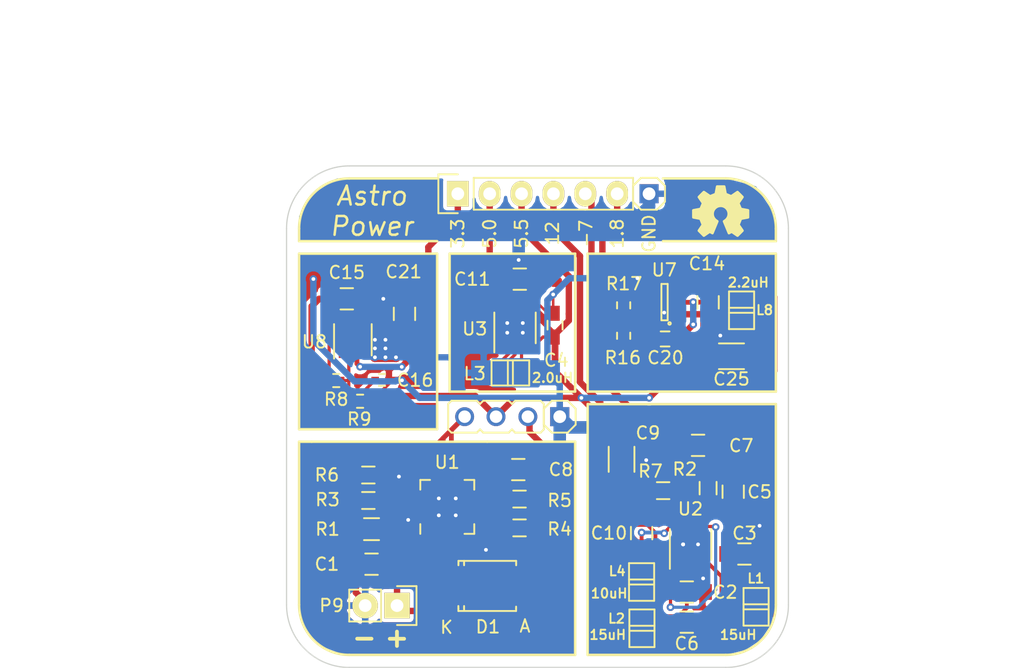
<source format=kicad_pcb>
(kicad_pcb (version 4) (host pcbnew 0.201512191116+6384~39~ubuntu15.04.1-stable)
  (layers (0 F.Cu signal) (31 B.Cu signal hide) (34 B.Paste user) (35 F.Paste user) (36 B.SilkS user) (37 F.SilkS user) (38 B.Mask user) (39 F.Mask user) (44 Edge.Cuts user))
  (net 0 "")
  (net 1 /power-supply/5V5)
  (net 2 /power-supply/FBN)
  (net 3 "Net-(C6-Pad1)")
  (net 4 /power-supply/DN)
  (net 5 "Net-(C8-Pad1)")
  (net 6 /power-supply/CAP)
  (net 7 "Net-(C20-Pad1)")
  (net 8 "Net-(C20-Pad2)")
  (net 9 /power-supply/3V3)
  (net 10 /power-supply/1V8)
  (net 11 "Net-(L3-Pad1)")
  (net 12 "Net-(L3-Pad2)")
  (net 13 "Net-(L4-Pad2)")
  (net 14 "Net-(R1-Pad2)")
  (net 15 "Net-(R3-Pad2)")
  (net 16 "Net-(R4-Pad1)")
  (net 17 "Net-(R5-Pad1)")
  (net 18 "Net-(R6-Pad1)")
  (net 19 /power-supply/FBP)
  (net 20 "Net-(R16-Pad2)")
  (net 21 /power-supply/-7V)
  (net 22 /power-supply/+12V)
  (net 23 /power-supply/5V0)
  (net 24 /power-supply/VREF)
  (net 25 "Net-(U8-Pad1)")
  (net 26 /power-supply/VCON)
  (net 27 GND)
  (net 28 /power-supply/SOFT_START)
  (net 29 VIN*)
  (net 30 /power-supply/OUT_5V5)
  (net 31 /power-supply/PGND)
  (module w_smd_inductors:inductor_smd_0805 (layer F.Cu) (at 182.423 100.165 270)
    (fp_text reference L1 (at -2.265 0.023 360) (layer F.SilkS) (effects (font (size 0.7493 0.7493) (thickness 0.14986))))
    (fp_text value 15uH (at 2.235 1.423 360) (layer F.SilkS) (effects (font (size 0.7493 0.7493) (thickness 0.14986))))
    (pad 1 smd rect (at -0.889 0 270) (size 1.016 1.778) (layers F.Cu F.Paste F.Mask) (net 21 /power-supply/-7V))
    (pad 2 smd rect (at 0.889 0 270) (size 1.016 1.778) (layers F.Cu F.Paste F.Mask) (net 4 /power-supply/DN))
  )
  (module Capacitors_SMD:C_0805_HandSoldering (layer F.Cu) (at 149.8 75.6)
    (fp_text reference C15 (at 0 -2.1) (layer F.SilkS))
    (fp_text value 10.0uF)
    (pad 1 smd rect (at -1.25 0) (size 1.5 1.25) (layers F.Cu F.Paste F.Mask) (net 1 /power-supply/5V5))
    (pad 2 smd rect (at 1.25 0) (size 1.5 1.25) (layers F.Cu F.Paste F.Mask) (net 27 GND))
  )
  (module Resistors_SMD:R_0402 (layer F.Cu) (at 171.867203 76.118 90)
    (fp_text reference R17 (at 1.718 0.032797 180) (layer F.SilkS))
    (fp_text value 10.0k)
    (pad 1 smd rect (at -0.45 0 90) (size 0.4 0.6) (layers F.Cu F.Paste F.Mask) (net 20 "Net-(R16-Pad2)"))
    (pad 2 smd rect (at 0.45 0 90) (size 0.4 0.6) (layers F.Cu F.Paste F.Mask) (net 27 GND))
  )
  (module Capacitors_SMD:C_0805_HandSoldering (layer F.Cu) (at 151.774 96.764 180)
    (fp_text reference C1 (at 3.556 0 180) (layer F.SilkS))
    (fp_text value 1.0uF)
    (pad 1 smd rect (at -1.25 0 180) (size 1.5 1.25) (layers F.Cu F.Paste F.Mask) (net 29 VIN*))
    (pad 2 smd rect (at 1.25 0 180) (size 1.5 1.25) (layers F.Cu F.Paste F.Mask) (net 27 GND))
  )
  (module Capacitors_SMD:C_0805_HandSoldering (layer F.Cu) (at 176.897 98.985)
    (fp_text reference C2 (at 3.07 0.014) (layer F.SilkS))
    (fp_text value 1.0uF)
    (pad 1 smd rect (at -1.25 0) (size 1.5 1.25) (layers F.Cu F.Paste F.Mask) (net 1 /power-supply/5V5))
    (pad 2 smd rect (at 1.25 0) (size 1.5 1.25) (layers F.Cu F.Paste F.Mask) (net 27 GND))
  )
  (module Capacitors_SMD:C_0805_HandSoldering (layer F.Cu) (at 181.491 95.951)
    (fp_text reference C3 (at 0.009 -1.651 180) (layer F.SilkS))
    (fp_text value 47pF)
    (pad 1 smd rect (at -1.25 0) (size 1.5 1.25) (layers F.Cu F.Paste F.Mask) (net 21 /power-supply/-7V))
    (pad 2 smd rect (at 1.25 0) (size 1.5 1.25) (layers F.Cu F.Paste F.Mask) (net 27 GND))
  )
  (module Capacitors_SMD:C_0805_HandSoldering (layer F.Cu) (at 180.597 90.985 90)
    (fp_text reference C5 (at -0.015 2.103 180) (layer F.SilkS))
    (fp_text value 47pF)
    (pad 1 smd rect (at -1.25 0 90) (size 1.5 1.25) (layers F.Cu F.Paste F.Mask) (net 21 /power-supply/-7V))
    (pad 2 smd rect (at 1.25 0 90) (size 1.5 1.25) (layers F.Cu F.Paste F.Mask) (net 2 /power-supply/FBN))
  )
  (module Capacitors_SMD:C_0805_HandSoldering (layer F.Cu) (at 176.897 101.385)
    (fp_text reference C6 (at 0.003 1.715) (layer F.SilkS))
    (fp_text value 1.0uF)
    (pad 1 smd rect (at -1.25 0) (size 1.5 1.25) (layers F.Cu F.Paste F.Mask) (net 3 "Net-(C6-Pad1)"))
    (pad 2 smd rect (at 1.25 0) (size 1.5 1.25) (layers F.Cu F.Paste F.Mask) (net 4 /power-supply/DN))
  )
  (module Capacitors_SMD:C_0805_HandSoldering (layer F.Cu) (at 177.797 87.285 180)
    (fp_text reference C7 (at -3.44 -0.03 180) (layer F.SilkS))
    (fp_text value 100nF)
    (pad 1 smd rect (at -1.25 0 180) (size 1.5 1.25) (layers F.Cu F.Paste F.Mask) (net 28 /power-supply/SOFT_START))
    (pad 2 smd rect (at 1.25 0 180) (size 1.5 1.25) (layers F.Cu F.Paste F.Mask) (net 27 GND))
  )
  (module Capacitors_SMD:C_0805_HandSoldering (layer F.Cu) (at 163.47 89.22)
    (fp_text reference C8 (at 3.4 0) (layer F.SilkS))
    (fp_text value 1.0uF/11mOhm)
    (pad 1 smd rect (at -1.25 0) (size 1.5 1.25) (layers F.Cu F.Paste F.Mask) (net 5 "Net-(C8-Pad1)"))
    (pad 2 smd rect (at 1.25 0) (size 1.5 1.25) (layers F.Cu F.Paste F.Mask) (net 27 GND))
  )
  (module Capacitors_SMD:C_0805_HandSoldering (layer F.Cu) (at 173.297 94.285 270)
    (fp_text reference C10 (at 0 2.6 360) (layer F.SilkS))
    (fp_text value 0.1uF)
    (pad 1 smd rect (at -1.25 0 270) (size 1.5 1.25) (layers F.Cu F.Paste F.Mask) (net 6 /power-supply/CAP))
    (pad 2 smd rect (at 1.25 0 270) (size 1.5 1.25) (layers F.Cu F.Paste F.Mask) (net 22 /power-supply/+12V))
  )
  (module w_smd_inductors:inductor_smd_0805 (layer F.Cu) (at 173.323 101.876 90)
    (fp_text reference L2 (at 0.776 -2.023 180) (layer F.SilkS) (effects (font (size 0.7493 0.7493) (thickness 0.14986))))
    (fp_text value 15uH (at -0.524 -2.723 180) (layer F.SilkS) (effects (font (size 0.7493 0.7493) (thickness 0.14986))))
    (pad 1 smd rect (at -0.889 0 90) (size 1.016 1.778) (layers F.Cu F.Paste F.Mask) (net 3 "Net-(C6-Pad1)"))
    (pad 2 smd rect (at 0.889 0 90) (size 1.016 1.778) (layers F.Cu F.Paste F.Mask) (net 1 /power-supply/5V5))
  )
  (module w_smd_inductors:inductor_smd_0805 (layer F.Cu) (at 173.297 98.185 90)
    (fp_text reference L4 (at 0.866 -1.947 180) (layer F.SilkS) (effects (font (size 0.7493 0.7493) (thickness 0.14986))))
    (fp_text value 10uH (at -0.912 -2.582 180) (layer F.SilkS) (effects (font (size 0.7493 0.7493) (thickness 0.14986))))
    (pad 1 smd rect (at -0.889 0 90) (size 1.016 1.778) (layers F.Cu F.Paste F.Mask) (net 1 /power-supply/5V5))
    (pad 2 smd rect (at 0.889 0 90) (size 1.016 1.778) (layers F.Cu F.Paste F.Mask) (net 13 "Net-(L4-Pad2)"))
  )
  (module w_smd_inductors:inductor_smd_0805 (layer F.Cu) (at 181.265203 76.514407 270)
    (fp_text reference L8 (at -0.014407 -1.834797 360) (layer F.SilkS) (effects (font (size 0.7493 0.7493) (thickness 0.14986))))
    (fp_text value 2.2uH (at -2.214407 -0.534797 360) (layer F.SilkS) (effects (font (size 0.7493 0.7493) (thickness 0.14986))))
    (pad 1 smd rect (at -0.889 0 270) (size 1.016 1.778) (layers F.Cu F.Paste F.Mask) (net 8 "Net-(C20-Pad2)"))
    (pad 2 smd rect (at 0.889 0 270) (size 1.016 1.778) (layers F.Cu F.Paste F.Mask) (net 10 /power-supply/1V8))
  )
  (module Resistors_SMD:R_0805_HandSoldering (layer F.Cu) (at 151.774 93.97)
    (fp_text reference R1 (at -3.506 0.004) (layer F.SilkS))
    (fp_text value 10.0k)
    (pad 1 smd rect (at -1.35 0) (size 1.5 1.3) (layers F.Cu F.Paste F.Mask) (net 29 VIN*))
    (pad 2 smd rect (at 1.35 0) (size 1.5 1.3) (layers F.Cu F.Paste F.Mask) (net 14 "Net-(R1-Pad2)"))
  )
  (module w_smd_inductors:inductor_smd_0805 (layer F.Cu) (at 162.839 81.5108 180)
    (fp_text reference L3 (at 2.839 -0.058 180) (layer F.SilkS))
    (fp_text value 2.0uH (at -3.361 -0.3892 180) (layer F.SilkS) (effects (font (size 0.7493 0.7493) (thickness 0.14986))))
    (pad 1 smd rect (at -0.889 0 180) (size 1.016 1.778) (layers F.Cu F.Paste F.Mask) (net 11 "Net-(L3-Pad1)"))
    (pad 2 smd rect (at 0.889 0 180) (size 1.016 1.778) (layers F.Cu F.Paste F.Mask) (net 12 "Net-(L3-Pad2)"))
  )
  (module Capacitors_SMD:C_0805_HandSoldering (layer F.Cu) (at 163.589 74.0308)
    (fp_text reference C11 (at -3.789 0) (layer F.SilkS))
    (fp_text value 10uF)
    (pad 1 smd rect (at -1.25 0) (size 1.5 1.25) (layers F.Cu F.Paste F.Mask) (net 23 /power-supply/5V0))
    (pad 2 smd rect (at 1.25 0) (size 1.5 1.25) (layers F.Cu F.Paste F.Mask) (net 31 /power-supply/PGND))
  )
  (module Housings_DFN_QFN:DFN-10-1EP_3x3mm_Pitch0.5mm (layer F.Cu) (at 163.209 77.9183 90)
    (fp_text reference U3 (at -0.0817 -3.209 180) (layer F.SilkS))
    (fp_text value TPS63002)
    (pad 1 smd rect (at -1.55 -1 90) (size 0.65 0.3) (layers F.Cu F.Paste F.Mask) (net 23 /power-supply/5V0))
    (pad 2 smd rect (at -1.55 -0.5 90) (size 0.65 0.3) (layers F.Cu F.Paste F.Mask) (net 12 "Net-(L3-Pad2)"))
    (pad 3 smd rect (at -1.55 0 90) (size 0.65 0.3) (layers F.Cu F.Paste F.Mask) (net 31 /power-supply/PGND))
    (pad 4 smd rect (at -1.55 0.5 90) (size 0.65 0.3) (layers F.Cu F.Paste F.Mask) (net 11 "Net-(L3-Pad1)"))
    (pad 5 smd rect (at -1.55 1 90) (size 0.65 0.3) (layers F.Cu F.Paste F.Mask) (net 1 /power-supply/5V5))
    (pad 6 smd rect (at 1.55 1 90) (size 0.65 0.3) (layers F.Cu F.Paste F.Mask) (net 1 /power-supply/5V5))
    (pad 7 smd rect (at 1.55 0.5 90) (size 0.65 0.3) (layers F.Cu F.Paste F.Mask) (net 1 /power-supply/5V5))
    (pad 8 smd rect (at 1.55 0 90) (size 0.65 0.3) (layers F.Cu F.Paste F.Mask) (net 1 /power-supply/5V5))
    (pad 9 smd rect (at 1.55 -0.5 90) (size 0.65 0.3) (layers F.Cu F.Paste F.Mask) (net 27 GND))
    (pad 10 smd rect (at 1.55 -1 90) (size 0.65 0.3) (layers F.Cu F.Paste F.Mask) (net 23 /power-supply/5V0))
    (pad 11 smd rect (at 0.3875 0.62 90) (size 0.775 1.24) (layers F.Cu F.Paste F.Mask) (net 31 /power-supply/PGND))
    (pad 11 smd rect (at 0.3875 -0.62 90) (size 0.775 1.24) (layers F.Cu F.Paste F.Mask) (net 31 /power-supply/PGND))
    (pad 11 smd rect (at -0.3875 0.62 90) (size 0.775 1.24) (layers F.Cu F.Paste F.Mask) (net 31 /power-supply/PGND))
    (pad 11 smd rect (at -0.3875 -0.62 90) (size 0.775 1.24) (layers F.Cu F.Paste F.Mask) (net 31 /power-supply/PGND))
  )
  (module Capacitors_SMD:C_0805_HandSoldering (layer F.Cu) (at 178.598203 75.879407 270)
    (fp_text reference C14 (at -3.079407 0.098203 360) (layer F.SilkS))
    (fp_text value 10.0uF)
    (pad 1 smd rect (at -1.25 0 270) (size 1.5 1.25) (layers F.Cu F.Paste F.Mask) (net 1 /power-supply/5V5))
    (pad 2 smd rect (at 1.25 0 270) (size 1.5 1.25) (layers F.Cu F.Paste F.Mask) (net 27 GND))
  )
  (module Capacitors_SMD:C_0603_HandSoldering (layer F.Cu) (at 175.169203 78.800407)
    (fp_text reference C20 (at 0.030797 1.499593 180) (layer F.SilkS))
    (fp_text value 0.1uF)
    (pad 1 smd rect (at -0.95 0) (size 1.2 0.75) (layers F.Cu F.Paste F.Mask) (net 7 "Net-(C20-Pad1)"))
    (pad 2 smd rect (at 0.95 0) (size 1.2 0.75) (layers F.Cu F.Paste F.Mask) (net 8 "Net-(C20-Pad2)"))
  )
  (module Resistors_SMD:R_0402 (layer F.Cu) (at 171.867203 78.546407 90)
    (fp_text reference R16 (at -1.753593 -0.067203 180) (layer F.SilkS))
    (fp_text value 13.7k)
    (pad 1 smd rect (at -0.45 0 90) (size 0.4 0.6) (layers F.Cu F.Paste F.Mask) (net 10 /power-supply/1V8))
    (pad 2 smd rect (at 0.45 0 90) (size 0.4 0.6) (layers F.Cu F.Paste F.Mask) (net 20 "Net-(R16-Pad2)"))
  )
  (module Housings_SOT-23_SOT-143_TSOT-6:SOT-23-6 (layer F.Cu) (at 175.126 75.864 180)
    (fp_text reference U7 (at 0.026 2.564 360) (layer F.SilkS))
    (fp_text value TPS56x200)
    (pad 1 smd rect (at -1.1 -0.95 180) (size 1.06 0.65) (layers F.Cu F.Paste F.Mask) (net 27 GND))
    (pad 2 smd rect (at -1.1 0 180) (size 1.06 0.65) (layers F.Cu F.Paste F.Mask) (net 8 "Net-(C20-Pad2)"))
    (pad 3 smd rect (at -1.1 0.95 180) (size 1.06 0.65) (layers F.Cu F.Paste F.Mask) (net 1 /power-supply/5V5))
    (pad 4 smd rect (at 1.1 0.95 180) (size 1.06 0.65) (layers F.Cu F.Paste F.Mask) (net 20 "Net-(R16-Pad2)"))
    (pad 6 smd rect (at 1.1 -0.95 180) (size 1.06 0.65) (layers F.Cu F.Paste F.Mask) (net 7 "Net-(C20-Pad1)"))
    (pad 5 smd rect (at 1.1 0 180) (size 1.06 0.65) (layers F.Cu F.Paste F.Mask) (net 1 /power-supply/5V5))
  )
  (module Capacitors_SMD:C_0603_HandSoldering (layer F.Cu) (at 166.399 77.7008 90)
    (fp_text reference C4 (at -2.7992 0.101 180) (layer F.SilkS))
    (fp_text value 2.2uF)
    (pad 1 smd rect (at -0.95 0 90) (size 1.2 0.75) (layers F.Cu F.Paste F.Mask) (net 1 /power-supply/5V5))
    (pad 2 smd rect (at 0.95 0 90) (size 1.2 0.75) (layers F.Cu F.Paste F.Mask) (net 27 GND))
  )
  (module Capacitors_SMD:C_0402 (layer F.Cu) (at 152.612 82.068)
    (fp_text reference C16 (at 2.64 0.024) (layer F.SilkS))
    (fp_text value 470pF)
    (pad 1 smd rect (at -0.55 0) (size 0.6 0.5) (layers F.Cu F.Paste F.Mask) (net 26 /power-supply/VCON))
    (pad 2 smd rect (at 0.55 0) (size 0.6 0.5) (layers F.Cu F.Paste F.Mask) (net 27 GND))
  )
  (module Capacitors_SMD:C_0805_HandSoldering (layer F.Cu) (at 154.4 76.8 90)
    (fp_text reference C21 (at 3.357 -0.068 180) (layer F.SilkS))
    (fp_text value 10.0uF)
    (pad 1 smd rect (at -1.25 0 90) (size 1.5 1.25) (layers F.Cu F.Paste F.Mask) (net 9 /power-supply/3V3))
    (pad 2 smd rect (at 1.25 0 90) (size 1.5 1.25) (layers F.Cu F.Paste F.Mask) (net 31 /power-supply/PGND))
  )
  (module Capacitors_SMD:C_1206_HandSoldering (layer F.Cu) (at 180.46 80.182 180)
    (fp_text reference C25 (at 0 -1.818 180) (layer F.SilkS))
    (fp_text value 47uF)
    (pad 1 smd rect (at -2 0 180) (size 2 1.6) (layers F.Cu F.Paste F.Mask) (net 10 /power-supply/1V8))
    (pad 2 smd rect (at 2 0 180) (size 2 1.6) (layers F.Cu F.Paste F.Mask) (net 27 GND))
  )
  (module Pin_Headers:Pin_Header_Straight_1x02 (layer F.Cu) (at 153.806 100.066 270)
    (fp_text reference P9 (at 0 5.216 360) (layer F.SilkS))
    (fp_text value CONN_01X02 hide)
    (pad 1 thru_hole rect (at 0 0 270) (size 2.032 2.032) (drill 1.016) (layers *.Cu *.Mask F.SilkS) (net 29 VIN*))
    (pad 2 thru_hole oval (at 0 2.54 270) (size 2.032 2.032) (drill 1.016) (layers *.Cu *.Mask F.SilkS) (net 27 GND))
  )
  (module Resistors_SMD:R_0603_HandSoldering (layer F.Cu) (at 178.597 90.7 270)
    (fp_text reference R2 (at -1.511 1.8558 360) (layer F.SilkS))
    (fp_text value 324k)
    (pad 1 smd rect (at -1.1 0 270) (size 1.2 0.9) (layers F.Cu F.Paste F.Mask) (net 2 /power-supply/FBN))
    (pad 2 smd rect (at 1.1 0 270) (size 1.2 0.9) (layers F.Cu F.Paste F.Mask) (net 21 /power-supply/-7V))
  )
  (module Resistors_SMD:R_0603_HandSoldering (layer F.Cu) (at 151.52 91.684)
    (fp_text reference R3 (at -3.252 -0.06) (layer F.SilkS))
    (fp_text value 10.0k)
    (pad 1 smd rect (at -1.1 0) (size 1.2 0.9) (layers F.Cu F.Paste F.Mask) (net 29 VIN*))
    (pad 2 smd rect (at 1.1 0) (size 1.2 0.9) (layers F.Cu F.Paste F.Mask) (net 15 "Net-(R3-Pad2)"))
  )
  (module Resistors_SMD:R_0603_HandSoldering (layer F.Cu) (at 163.57 93.87)
    (fp_text reference R4 (at 3.19 0.1) (layer F.SilkS))
    (fp_text value 51.1k)
    (pad 1 smd rect (at -1.1 0) (size 1.2 0.9) (layers F.Cu F.Paste F.Mask) (net 16 "Net-(R4-Pad1)"))
    (pad 2 smd rect (at 1.1 0) (size 1.2 0.9) (layers F.Cu F.Paste F.Mask) (net 27 GND))
  )
  (module Resistors_SMD:R_0603_HandSoldering (layer F.Cu) (at 163.57 91.57)
    (fp_text reference R5 (at 3.19 0.114) (layer F.SilkS))
    (fp_text value 68.1k)
    (pad 1 smd rect (at -1.1 0) (size 1.2 0.9) (layers F.Cu F.Paste F.Mask) (net 17 "Net-(R5-Pad1)"))
    (pad 2 smd rect (at 1.1 0) (size 1.2 0.9) (layers F.Cu F.Paste F.Mask) (net 27 GND))
  )
  (module Resistors_SMD:R_0603_HandSoldering (layer F.Cu) (at 151.52 89.652)
    (fp_text reference R6 (at -3.302 0) (layer F.SilkS))
    (fp_text value 53.6k)
    (pad 1 smd rect (at -1.1 0) (size 1.2 0.9) (layers F.Cu F.Paste F.Mask) (net 18 "Net-(R6-Pad1)"))
    (pad 2 smd rect (at 1.1 0) (size 1.2 0.9) (layers F.Cu F.Paste F.Mask) (net 27 GND))
  )
  (module Resistors_SMD:R_0603_HandSoldering (layer F.Cu) (at 175.014 90.9 180)
    (fp_text reference R7 (at 1.014 1.5504 180) (layer F.SilkS))
    (fp_text value 324k)
    (pad 1 smd rect (at -1.1 0 180) (size 1.2 0.9) (layers F.Cu F.Paste F.Mask) (net 19 /power-supply/FBP))
    (pad 2 smd rect (at 1.1 0 180) (size 1.2 0.9) (layers F.Cu F.Paste F.Mask) (net 6 /power-supply/CAP))
  )
  (module Resistors_SMD:R_0402 (layer F.Cu) (at 148.962 82.118)
    (fp_text reference R8 (at 0 1.498) (layer F.SilkS))
    (fp_text value 80.6k)
    (pad 1 smd rect (at -0.45 0) (size 0.4 0.6) (layers F.Cu F.Paste F.Mask) (net 24 /power-supply/VREF))
    (pad 2 smd rect (at 0.45 0) (size 0.4 0.6) (layers F.Cu F.Paste F.Mask) (net 26 /power-supply/VCON))
  )
  (module Resistors_SMD:R_0402 (layer F.Cu) (at 150.862 83.768)
    (fp_text reference R9 (at -0.062 1.432) (layer F.SilkS))
    (fp_text value 105k)
    (pad 1 smd rect (at -0.45 0) (size 0.4 0.6) (layers F.Cu F.Paste F.Mask) (net 26 /power-supply/VCON))
    (pad 2 smd rect (at 0.45 0) (size 0.4 0.6) (layers F.Cu F.Paste F.Mask) (net 27 GND))
  )
  (module Housings_DFN_QFN:QFN-16-1EP_4x4mm_Pitch0.65mm (layer F.Cu) (at 157.8102 92.1942 90)
    (fp_text reference U1 (at 3.5582 -0.0102 180) (layer F.SilkS))
    (fp_text value TPS2420)
    (pad 1 smd rect (at -2 -0.975 90) (size 0.8 0.35) (layers F.Cu F.Paste F.Mask) (net 29 VIN*))
    (pad 2 smd rect (at -2 -0.325 90) (size 0.8 0.35) (layers F.Cu F.Paste F.Mask) (net 29 VIN*))
    (pad 3 smd rect (at -2 0.325 90) (size 0.8 0.35) (layers F.Cu F.Paste F.Mask) (net 29 VIN*))
    (pad 4 smd rect (at -2 0.975 90) (size 0.8 0.35) (layers F.Cu F.Paste F.Mask) (net 29 VIN*))
    (pad 5 smd rect (at -0.975 2 180) (size 0.8 0.35) (layers F.Cu F.Paste F.Mask) (net 27 GND))
    (pad 6 smd rect (at -0.325 2 180) (size 0.8 0.35) (layers F.Cu F.Paste F.Mask) (net 27 GND))
    (pad 7 smd rect (at 0.325 2 180) (size 0.8 0.35) (layers F.Cu F.Paste F.Mask) (net 16 "Net-(R4-Pad1)"))
    (pad 8 smd rect (at 0.975 2 180) (size 0.8 0.35) (layers F.Cu F.Paste F.Mask) (net 17 "Net-(R5-Pad1)"))
    (pad 9 smd rect (at 2 0.975 90) (size 0.8 0.35) (layers F.Cu F.Paste F.Mask) (net 5 "Net-(C8-Pad1)"))
    (pad 10 smd rect (at 2 0.325 90) (size 0.8 0.35) (layers F.Cu F.Paste F.Mask) (net 30 /power-supply/OUT_5V5))
    (pad 11 smd rect (at 2 -0.325 90) (size 0.8 0.35) (layers F.Cu F.Paste F.Mask) (net 30 /power-supply/OUT_5V5))
    (pad 12 smd rect (at 2 -0.975 90) (size 0.8 0.35) (layers F.Cu F.Paste F.Mask) (net 30 /power-supply/OUT_5V5))
    (pad 13 smd rect (at 0.975 -2 180) (size 0.8 0.35) (layers F.Cu F.Paste F.Mask) (net 18 "Net-(R6-Pad1)"))
    (pad 14 smd rect (at 0.325 -2 180) (size 0.8 0.35) (layers F.Cu F.Paste F.Mask) (net 15 "Net-(R3-Pad2)"))
    (pad 15 smd rect (at -0.325 -2 180) (size 0.8 0.35) (layers F.Cu F.Paste F.Mask) (net 14 "Net-(R1-Pad2)"))
    (pad 16 smd rect (at -0.975 -2 180) (size 0.8 0.35) (layers F.Cu F.Paste F.Mask) (net 27 GND))
    (pad 17 smd rect (at 0.625 0.625 90) (size 1.25 1.25) (layers F.Cu F.Paste F.Mask) (net 27 GND))
    (pad 17 smd rect (at 0.625 -0.625 90) (size 1.25 1.25) (layers F.Cu F.Paste F.Mask) (net 27 GND))
    (pad 17 smd rect (at -0.625 0.625 90) (size 1.25 1.25) (layers F.Cu F.Paste F.Mask) (net 27 GND))
    (pad 17 smd rect (at -0.625 -0.625 90) (size 1.25 1.25) (layers F.Cu F.Paste F.Mask) (net 27 GND))
  )
  (module xess:xess-JP2 (layer F.Cu) (at 161.694 85)
    (fp_text reference JP5 hide)
    (fp_text value JUMPER3 hide)
    (pad 2 thru_hole circle (at 0 0) (size 1.50622 1.50622) (drill 0.99822) (layers *.Cu *.Mask) (net 1 /power-supply/5V5))
    (pad 3 thru_hole circle (at 2.54 0) (size 1.50622 1.50622) (drill 0.99822) (layers *.Cu *.Mask) (net 29 VIN*))
    (pad 1 thru_hole circle (at -2.5 0) (size 1.50622 1.50622) (drill 0.99822) (layers *.Cu *.Mask) (net 30 /power-supply/OUT_5V5))
  )
  (module Diodes_SMD:SMB_Standard (layer F.Cu) (at 161 98.5)
    (fp_text reference D1 (at 0.05 3.264) (layer F.SilkS))
    (fp_text value 9V/5W)
    (fp_text user K (at -3.25 3.3) (layer F.SilkS))
    (fp_text user A (at 3 3.2) (layer F.SilkS))
    (pad 1 smd rect (at -2.14884 0) (size 2.49936 2.30124) (layers F.Cu F.Paste F.Mask) (net 29 VIN*))
    (pad 2 smd rect (at 2.14884 0) (size 2.49936 2.30124) (layers F.Cu F.Paste F.Mask) (net 27 GND))
  )
  (module Pin_Headers:Pin_Header_Straight_1x06 (layer F.Cu) (at 158.65 67.22 90)
    (fp_text reference P8 hide)
    (fp_text value CONN_01X06 hide)
    (pad 1 thru_hole rect (at 0 0 90) (size 2.032 1.7272) (drill 1.016) (layers *.Cu *.Mask F.SilkS) (net 9 /power-supply/3V3))
    (pad 2 thru_hole oval (at 0 2.54 90) (size 2.032 1.7272) (drill 1.016) (layers *.Cu *.Mask F.SilkS) (net 23 /power-supply/5V0))
    (pad 3 thru_hole oval (at 0 5.08 90) (size 2.032 1.7272) (drill 1.016) (layers *.Cu *.Mask F.SilkS) (net 1 /power-supply/5V5))
    (pad 4 thru_hole oval (at 0 7.62 90) (size 2.032 1.7272) (drill 1.016) (layers *.Cu *.Mask F.SilkS) (net 22 /power-supply/+12V))
    (pad 5 thru_hole oval (at 0 10.16 90) (size 2.032 1.7272) (drill 1.016) (layers *.Cu *.Mask F.SilkS) (net 21 /power-supply/-7V))
    (pad 6 thru_hole oval (at 0 12.7 90) (size 2.032 1.7272) (drill 1.016) (layers *.Cu *.Mask F.SilkS) (net 10 /power-supply/1V8))
  )
  (module xess:HDR_1x1 (layer F.Cu) (at 166.774 85)
    (fp_text reference P11 hide)
    (fp_text value CONN_01X01 hide)
    (pad 1 thru_hole rect (at 0 0) (size 1.524 1.524) (drill 1.016) (layers *.Cu *.Mask) (net 27 GND))
  )
  (module xess:HDR_1x1 (layer F.Cu) (at 173.89 67.22)
    (fp_text reference P12 hide)
    (fp_text value CONN_01X01 hide)
    (pad 1 thru_hole rect (at 0 0) (size 1.524 1.524) (drill 1.016) (layers *.Cu *.Mask) (net 31 /power-supply/PGND))
  )
  (module xess:oshw-logo2 (layer F.Cu) (at 179.6 68.6)
    (fp_text reference "" (at 0.69 -1.09) (layer F.SilkS))
    (fp_text value "" (at 0 0) (layer F.SilkS))
  )
  (module Oddities:NetTie-I_Connected_SMD (layer B.Cu) (at 163.25 81.5 180)
    (fp_text reference T1 hide)
    (fp_text value NET-TIE)
    (fp_line (start 1.778 1.016) (end -1.778 1.016) (layer B.Cu) (width 0.3048))
    (fp_line (start -1.778 0.762) (end 1.778 0.762) (layer B.Cu) (width 0.3048))
    (fp_line (start 1.778 0.508) (end -1.778 0.508) (layer B.Cu) (width 0.3048))
    (fp_line (start -1.778 0.254) (end 1.778 0.254) (layer B.Cu) (width 0.3048))
    (fp_line (start 1.778 0) (end -1.778 0) (layer B.Cu) (width 0.3048))
    (fp_line (start -1.778 -0.254) (end 1.778 -0.254) (layer B.Cu) (width 0.3048))
    (fp_line (start 1.778 -0.508) (end -1.778 -0.508) (layer B.Cu) (width 0.3048))
    (fp_line (start -1.778 -0.762) (end 1.778 -0.762) (layer B.Cu) (width 0.3048))
    (fp_line (start 1.778 -1.016) (end -1.778 -1.016) (layer B.Cu) (width 0.3048))
    (pad 1 smd rect (at -2.54 0 180) (size 1.99898 1.99898) (layers B.Cu) (net 27 GND))
    (pad 2 smd rect (at 2.54 0 180) (size 1.99898 1.99898) (layers B.Cu) (net 31 /power-supply/PGND))
  )
  (module Housings_DFN_QFN:DFN-10-1EP_3x3mm_Pitch0.5mm (layer F.Cu) (at 177.202 95.185 90)
    (fp_text reference U2 (at 2.825 -0.012 180) (layer F.SilkS))
    (fp_text value LT3487)
    (pad 1 smd rect (at -1.55 -1 90) (size 0.65 0.3) (layers F.Cu F.Paste F.Mask) (net 6 /power-supply/CAP))
    (pad 2 smd rect (at -1.55 -0.5 90) (size 0.65 0.3) (layers F.Cu F.Paste F.Mask) (net 13 "Net-(L4-Pad2)"))
    (pad 3 smd rect (at -1.55 0 90) (size 0.65 0.3) (layers F.Cu F.Paste F.Mask) (net 1 /power-supply/5V5))
    (pad 4 smd rect (at -1.55 0.5 90) (size 0.65 0.3) (layers F.Cu F.Paste F.Mask) (net 3 "Net-(C6-Pad1)"))
    (pad 5 smd rect (at -1.55 1 90) (size 0.65 0.3) (layers F.Cu F.Paste F.Mask) (net 4 /power-supply/DN))
    (pad 6 smd rect (at 1.55 1 90) (size 0.65 0.3) (layers F.Cu F.Paste F.Mask) (net 1 /power-supply/5V5))
    (pad 7 smd rect (at 1.55 0.5 90) (size 0.65 0.3) (layers F.Cu F.Paste F.Mask) (net 2 /power-supply/FBN))
    (pad 8 smd rect (at 1.55 0 90) (size 0.65 0.3) (layers F.Cu F.Paste F.Mask) (net 28 /power-supply/SOFT_START))
    (pad 9 smd rect (at 1.55 -0.5 90) (size 0.65 0.3) (layers F.Cu F.Paste F.Mask) (net 19 /power-supply/FBP))
    (pad 10 smd rect (at 1.55 -1 90) (size 0.65 0.3) (layers F.Cu F.Paste F.Mask) (net 22 /power-supply/+12V))
    (pad 11 smd rect (at 0.3875 0.62 90) (size 0.775 1.24) (layers F.Cu F.Paste F.Mask) (net 27 GND))
    (pad 11 smd rect (at 0.3875 -0.62 90) (size 0.775 1.24) (layers F.Cu F.Paste F.Mask) (net 27 GND))
    (pad 11 smd rect (at -0.3875 0.62 90) (size 0.775 1.24) (layers F.Cu F.Paste F.Mask) (net 27 GND))
    (pad 11 smd rect (at -0.3875 -0.62 90) (size 0.775 1.24) (layers F.Cu F.Paste F.Mask) (net 27 GND))
  )
  (module Capacitors_SMD:C_1206_HandSoldering (layer F.Cu) (at 171.7 88.4 90)
    (fp_text reference C9 (at 2.1 2.1 180) (layer F.SilkS))
    (fp_text value 4.7uF)
    (pad 1 smd rect (at -2 0 90) (size 2 1.6) (layers F.Cu F.Paste F.Mask) (net 6 /power-supply/CAP))
    (pad 2 smd rect (at 2 0 90) (size 2 1.6) (layers F.Cu F.Paste F.Mask) (net 27 GND))
  )
  (module Oddities:NetTie-I_Connected_SMD (layer F.Cu) (at 152 73.3)
    (fp_text reference T2 hide)
    (fp_text value NET-TIE hide)
    (fp_line (start 1.778 -1.016) (end -1.778 -1.016) (layer F.Cu) (width 0.3048))
    (fp_line (start -1.778 -0.762) (end 1.778 -0.762) (layer F.Cu) (width 0.3048))
    (fp_line (start 1.778 -0.508) (end -1.778 -0.508) (layer F.Cu) (width 0.3048))
    (fp_line (start -1.778 -0.254) (end 1.778 -0.254) (layer F.Cu) (width 0.3048))
    (fp_line (start 1.778 0) (end -1.778 0) (layer F.Cu) (width 0.3048))
    (fp_line (start -1.778 0.254) (end 1.778 0.254) (layer F.Cu) (width 0.3048))
    (fp_line (start 1.778 0.508) (end -1.778 0.508) (layer F.Cu) (width 0.3048))
    (fp_line (start -1.778 0.762) (end 1.778 0.762) (layer F.Cu) (width 0.3048))
    (fp_line (start 1.778 1.016) (end -1.778 1.016) (layer F.Cu) (width 0.3048))
    (pad 1 smd rect (at -2.54 0) (size 1.99898 1.99898) (layers F.Cu) (net 27 GND))
    (pad 2 smd rect (at 2.54 0) (size 1.99898 1.99898) (layers F.Cu) (net 31 /power-supply/PGND))
  )
  (module engstad:llp-8 (layer F.Cu) (at 150.287 78.868 90)
    (fp_text reference U8 (at -0.163 -3.067 180) (layer F.SilkS))
    (fp_text value LMZ10500)
    (pad 9 smd rect (at 0 0 90) (size 0.6 1.1) (layers F.Cu F.Paste F.Mask) (net 31 /power-supply/PGND))
    (pad 1 smd rect (at -1.05 -0.975 90) (size 0.8 0.3) (layers F.Cu F.Paste F.Mask) (net 25 "Net-(U8-Pad1)"))
    (pad 8 smd rect (at 1.05 -0.975 90) (size 0.8 0.3) (layers F.Cu F.Paste F.Mask) (net 24 /power-supply/VREF))
    (pad 2 smd rect (at -1.05 -0.325 90) (size 0.8 0.3) (layers F.Cu F.Paste F.Mask) (net 26 /power-supply/VCON))
    (pad 7 smd rect (at 1.05 -0.325 90) (size 0.8 0.3) (layers F.Cu F.Paste F.Mask) (net 1 /power-supply/5V5))
    (pad 3 smd rect (at -1.05 0.325 90) (size 0.8 0.3) (layers F.Cu F.Paste F.Mask) (net 9 /power-supply/3V3))
    (pad 6 smd rect (at 1.05 0.325 90) (size 0.8 0.3) (layers F.Cu F.Paste F.Mask) (net 27 GND))
    (pad 4 smd rect (at -1.05 0.975 90) (size 0.8 0.3) (layers F.Cu F.Paste F.Mask) (net 31 /power-supply/PGND))
    (pad 5 smd rect (at 1.05 0.975 90) (size 0.8 0.3) (layers F.Cu F.Paste F.Mask) (net 9 /power-supply/3V3))
    (pad 9 smd rect (at 0 -0.85 90) (size 0.6 0.6) (layers F.Cu F.Paste F.Mask) (net 31 /power-supply/PGND))
    (pad 9 smd rect (at 0 0.85 90) (size 0.6 0.6) (layers F.Cu F.Paste F.Mask) (net 31 /power-supply/PGND))
  )
  (gr_line (start 150 66) (end 157 66) (layer F.SilkS) (width 0.2))
  (gr_line (start 146 71) (end 146 70) (layer F.SilkS) (width 0.2))
  (gr_arc (start 150 70) (end 146 70) (angle 90) (layer F.SilkS) (width 0.2))
  (gr_arc (start 180 70) (end 180 66) (angle 90) (layer F.SilkS) (width 0.2))
  (gr_line (start 175 66) (end 180 66) (layer F.SilkS) (width 0.2))
  (gr_line (start 184 71) (end 184 70) (layer F.SilkS) (width 0.2))
  (gr_line (start 175 71) (end 184 71) (layer F.SilkS) (width 0.2))
  (gr_line (start 146 71) (end 157 71) (layer F.SilkS) (width 0.2))
  (gr_text "Astro\nPower" (at 151.8 68.6) (layer F.SilkS) (effects (font (size 1.5 1.5) (thickness 0.2) italic)))
  (gr_text GND (at 173.89 70.395 90) (layer F.SilkS) (effects (font (size 1 1))))
  (gr_arc (start 180 100) (end 184 100) (angle 90) (layer F.SilkS) (width 0.2))
  (gr_line (start 184 84) (end 169 84) (layer F.SilkS) (width 0.2))
  (gr_line (start 184 100) (end 184 84) (layer F.SilkS) (width 0.2))
  (gr_line (start 169 104) (end 180 104) (layer F.SilkS) (width 0.2))
  (gr_line (start 169 84) (end 169 104) (layer F.SilkS) (width 0.2))
  (gr_line (start 169 83) (end 169 72) (layer F.SilkS) (width 0.2))
  (gr_line (start 184 83) (end 169 83) (layer F.SilkS) (width 0.2))
  (gr_line (start 184 72) (end 184 83) (layer F.SilkS) (width 0.2))
  (gr_line (start 169 72) (end 184 72) (layer F.SilkS) (width 0.2))
  (gr_line (start 168 72) (end 158 72) (layer F.SilkS) (width 0.2))
  (gr_line (start 168 83) (end 168 72) (layer F.SilkS) (width 0.2))
  (gr_line (start 158 83) (end 168 83) (layer F.SilkS) (width 0.2))
  (gr_line (start 158 72) (end 158 83) (layer F.SilkS) (width 0.2))
  (gr_line (start 157 86) (end 146 86) (layer F.SilkS) (width 0.2))
  (gr_line (start 157 72) (end 157 86) (layer F.SilkS) (width 0.2))
  (gr_line (start 146 72) (end 157 72) (layer F.SilkS) (width 0.2))
  (gr_line (start 146 86) (end 146 72) (layer F.SilkS) (width 0.2))
  (gr_arc (start 150 100) (end 150 104) (angle 90) (layer F.SilkS) (width 0.2))
  (gr_line (start 168 87) (end 161 87) (layer F.SilkS) (width 0.2))
  (gr_line (start 146 87) (end 147 87) (layer F.SilkS) (width 0.2))
  (gr_line (start 146 100) (end 146 87) (layer F.SilkS) (width 0.2))
  (gr_line (start 168 104) (end 150 104) (layer F.SilkS) (width 0.2))
  (gr_line (start 168 87) (end 168 104) (layer F.SilkS) (width 0.2))
  (gr_line (start 147 87) (end 161 87) (layer F.SilkS) (width 0.2))
  (gr_arc (start 150 100) (end 150 105) (angle 90) (layer Edge.Cuts) (width 0.1))
  (gr_arc (start 180 100) (end 185 100) (angle 90) (layer Edge.Cuts) (width 0.1))
  (gr_arc (start 180 70) (end 180 65) (angle 90) (layer Edge.Cuts) (width 0.1))
  (gr_arc (start 150 70) (end 145 70) (angle 90) (layer Edge.Cuts) (width 0.1))
  (gr_line (start 145 100) (end 145 70) (layer Edge.Cuts) (width 0.1))
  (gr_line (start 180 105) (end 150 105) (layer Edge.Cuts) (width 0.1))
  (gr_line (start 185 70) (end 185 100) (layer Edge.Cuts) (width 0.1))
  (gr_line (start 150 65) (end 180 65) (layer Edge.Cuts) (width 0.1))
  (gr_text -7 (at 168.8608 70.395 90) (layer F.SilkS) (effects (font (size 1 1))))
  (gr_text 1.8 (at 171.35 70.395 90) (layer F.SilkS) (effects (font (size 1 1))))
  (gr_text 12 (at 166.1938 70.3696 90) (layer F.SilkS) (effects (font (size 1 1))))
  (gr_text 5.5 (at 163.73 70.395 90) (layer F.SilkS) (effects (font (size 1 1))))
  (gr_text 5.0 (at 161.19 70.395 90) (layer F.SilkS) (effects (font (size 1 1))))
  (gr_text 3.3 (at 158.65 70.395 90) (layer F.SilkS) (effects (font (size 1 1))))
  (gr_text "-\n" (at 151.2 102.6) (layer F.SilkS) (effects (font (size 1.5 1.5) (thickness 0.3))))
  (gr_text "+\n" (at 153.8 102.606) (layer F.SilkS) (effects (font (size 1.5 1.5) (thickness 0.3))))
  (segment (start 145 65) (end 185 65) (width 0.254) (layer Edge.Cuts) (net 0))
  (segment (start 167.5 76.8) (end 167.5 77.3248) (width 0.508) (layer F.Cu) (net 1))
  (segment (start 167.5 77.3248) (end 166.399 78.4258) (width 0.508) (layer F.Cu) (net 1))
  (segment (start 167.5 76.8) (end 167.5 73.8) (width 0.508) (layer F.Cu) (net 1))
  (segment (start 167.5 73.8) (end 163.73 70.03) (width 0.508) (layer F.Cu) (net 1))
  (segment (start 163.73 70.03) (end 163.73 67.22) (width 0.508) (layer F.Cu) (net 1))
  (segment (start 166.399 78.4258) (end 166.399 78.6508) (width 0.508) (layer F.Cu) (net 1))
  (segment (start 175.647 98.907768) (end 177.202 97.352768) (width 0.3048) (layer F.Cu) (net 1))
  (segment (start 175.647 98.985) (end 175.647 98.907768) (width 0.3048) (layer F.Cu) (net 1))
  (segment (start 177.202 97.352768) (end 177.202 96.735) (width 0.3048) (layer F.Cu) (net 1))
  (segment (start 175.647 98.706408) (end 175.647 98.985) (width 0.3048) (layer F.Cu) (net 1))
  (segment (start 164.209 76.3683) (end 164.7965 76.3683) (width 0.254) (layer F.Cu) (net 1))
  (segment (start 163.709 76.3683) (end 164.209 76.3683) (width 0.254) (layer F.Cu) (net 1))
  (segment (start 163.209 76.3683) (end 163.709 76.3683) (width 0.254) (layer F.Cu) (net 1))
  (segment (start 178.598203 74.629407) (end 178.670593 74.629407) (width 0.508) (layer F.Cu) (net 1))
  (segment (start 178.670593 74.629407) (end 179 74.3) (width 0.508) (layer F.Cu) (net 1))
  (segment (start 179 74.3) (end 182.7 74.3) (width 0.508) (layer F.Cu) (net 1))
  (segment (start 182.7 74.3) (end 183.866401 75.466401) (width 0.508) (layer F.Cu) (net 1))
  (segment (start 183.866401 75.466401) (end 183.866401 81.333599) (width 0.508) (layer F.Cu) (net 1))
  (segment (start 183.866401 81.333599) (end 182.7 82.5) (width 0.508) (layer F.Cu) (net 1))
  (segment (start 182.7 82.5) (end 174.9 82.5) (width 0.508) (layer F.Cu) (net 1))
  (segment (start 174.9 82.5) (end 173.9 83.5) (width 0.508) (layer F.Cu) (net 1))
  (segment (start 173.297 99.074) (end 171.074 99.074) (width 0.508) (layer F.Cu) (net 1))
  (segment (start 171.074 99.074) (end 169.2 97.2) (width 0.508) (layer F.Cu) (net 1))
  (segment (start 169.2 97.2) (end 169.2 84.200006) (width 0.508) (layer F.Cu) (net 1))
  (segment (start 169.2 84.200006) (end 168.499994 83.5) (width 0.508) (layer F.Cu) (net 1))
  (segment (start 168.197608 83.197608) (end 166.399 81.399) (width 0.508) (layer F.Cu) (net 1))
  (segment (start 166.399 81.399) (end 166.399 78.6508) (width 0.508) (layer F.Cu) (net 1))
  (segment (start 168.499994 83.5) (end 168.197608 83.197614) (width 0.508) (layer F.Cu) (net 1))
  (segment (start 168.197608 83.197614) (end 168.197608 83.197608) (width 0.508) (layer F.Cu) (net 1))
  (segment (start 161.694 85) (end 163.194 83.5) (width 0.508) (layer F.Cu) (net 1))
  (segment (start 163.194 83.5) (end 168.499994 83.5) (width 0.508) (layer F.Cu) (net 1))
  (via (at 168.499994 83.5) (size 0.604774) (drill 0.299974) (layers F.Cu B.Cu) (net 1))
  (segment (start 173.9 83.5) (end 168.499994 83.5) (width 0.508) (layer B.Cu) (net 1))
  (via (at 173.9 83.5) (size 0.604774) (drill 0.299974) (layers F.Cu B.Cu) (net 1))
  (segment (start 175.6 100.2) (end 175.6 99.032) (width 0.254) (layer F.Cu) (net 1))
  (segment (start 175.6 99.032) (end 175.647 98.985) (width 0.254) (layer F.Cu) (net 1))
  (segment (start 179.2 98.8) (end 177.8 100.2) (width 0.254) (layer B.Cu) (net 1))
  (segment (start 177.8 100.2) (end 175.6 100.2) (width 0.254) (layer B.Cu) (net 1))
  (via (at 175.6 100.2) (size 0.604774) (drill 0.299974) (layers F.Cu B.Cu) (net 1))
  (segment (start 179.2 97.306342) (end 179.2 98.8) (width 0.254) (layer B.Cu) (net 1))
  (segment (start 179.2 93.8) (end 179.2 97.306342) (width 0.254) (layer B.Cu) (net 1))
  (segment (start 178.202 93.76) (end 179.16 93.76) (width 0.254) (layer F.Cu) (net 1))
  (segment (start 179.16 93.76) (end 179.2 93.8) (width 0.254) (layer F.Cu) (net 1))
  (via (at 179.2 93.8) (size 0.604774) (drill 0.299974) (layers F.Cu B.Cu) (net 1))
  (segment (start 161.694 85) (end 160.043 83.349) (width 0.508) (layer F.Cu) (net 1))
  (segment (start 147 82.8) (end 147 76.2) (width 0.508) (layer F.Cu) (net 1))
  (segment (start 160.043 83.349) (end 152.939354 83.349) (width 0.508) (layer F.Cu) (net 1))
  (segment (start 152.939354 83.349) (end 151.854901 84.433453) (width 0.508) (layer F.Cu) (net 1))
  (segment (start 151.854901 84.433453) (end 151.854901 84.456621) (width 0.508) (layer F.Cu) (net 1))
  (segment (start 151.854901 84.456621) (end 151.711522 84.6) (width 0.508) (layer F.Cu) (net 1))
  (segment (start 148.8 84.6) (end 147 82.8) (width 0.508) (layer F.Cu) (net 1))
  (segment (start 151.711522 84.6) (end 148.8 84.6) (width 0.508) (layer F.Cu) (net 1))
  (segment (start 147 76.2) (end 147.6 75.6) (width 0.508) (layer F.Cu) (net 1))
  (segment (start 147.6 75.6) (end 148.55 75.6) (width 0.508) (layer F.Cu) (net 1))
  (segment (start 166.399 81.101) (end 166.399 78.457322) (width 0.508) (layer F.Cu) (net 1))
  (segment (start 166.399 81.101) (end 166.399 78.6508) (width 0.508) (layer F.Cu) (net 1))
  (segment (start 148.55 75.6) (end 149.962 77.012) (width 0.508) (layer F.Cu) (net 1))
  (segment (start 149.962 77.012) (end 149.962 77.818) (width 0.508) (layer F.Cu) (net 1))
  (segment (start 178.202 93.76) (end 178.202 93.583989) (width 0.254) (layer F.Cu) (net 1))
  (segment (start 164.209 79.4683) (end 164.613 79.4683) (width 0.254) (layer F.Cu) (net 1))
  (segment (start 164.613 79.4683) (end 165.4305 78.6508) (width 0.254) (layer F.Cu) (net 1))
  (segment (start 165.4305 78.6508) (end 166.399 78.6508) (width 0.254) (layer F.Cu) (net 1))
  (segment (start 165.425 76.9968) (end 164.7965 76.3683) (width 0.381) (layer F.Cu) (net 1))
  (segment (start 165.425 77.4518) (end 165.425 76.9968) (width 0.381) (layer F.Cu) (net 1))
  (segment (start 166.399 78.4258) (end 165.425 77.4518) (width 0.381) (layer F.Cu) (net 1))
  (segment (start 174.112563 75.879407) (end 174.968541 75.879407) (width 0.2032) (layer F.Cu) (net 1))
  (segment (start 174.968541 75.879407) (end 175.921041 74.926907) (width 0.2032) (layer F.Cu) (net 1))
  (segment (start 175.921041 74.926907) (end 176.225843 74.926907) (width 0.2032) (layer F.Cu) (net 1))
  (segment (start 176.225843 74.926907) (end 178.300703 74.926907) (width 0.508) (layer F.Cu) (net 1))
  (segment (start 178.300703 74.926907) (end 178.598203 74.629407) (width 0.508) (layer F.Cu) (net 1))
  (segment (start 173.297 99.074) (end 175.558 99.074) (width 0.762) (layer F.Cu) (net 1))
  (segment (start 175.558 99.074) (end 175.647 98.985) (width 0.762) (layer F.Cu) (net 1))
  (segment (start 173.297 99.074) (end 173.297 100.896) (width 0.762) (layer F.Cu) (net 1))
  (segment (start 178.597 89.6) (end 180.462 89.6) (width 0.3048) (layer F.Cu) (net 2))
  (segment (start 180.462 89.6) (end 180.597 89.735) (width 0.3048) (layer F.Cu) (net 2))
  (segment (start 177.7 90.647) (end 178.597 89.75) (width 0.3048) (layer F.Cu) (net 2))
  (segment (start 178.597 89.75) (end 178.597 89.6) (width 0.3048) (layer F.Cu) (net 2))
  (segment (start 177.7 93.0032) (end 177.7 90.647) (width 0.3048) (layer F.Cu) (net 2))
  (segment (start 177.702 93.635) (end 177.702 93.0052) (width 0.3048) (layer F.Cu) (net 2))
  (segment (start 177.702 93.0052) (end 177.7 93.0032) (width 0.3048) (layer F.Cu) (net 2))
  (segment (start 175.647 101.385) (end 175.772 101.385) (width 0.3048) (layer F.Cu) (net 3))
  (segment (start 177.153159 98.048202) (end 177.702 97.499361) (width 0.3048) (layer F.Cu) (net 3))
  (segment (start 175.772 101.385) (end 176.9 100.257) (width 0.3048) (layer F.Cu) (net 3))
  (segment (start 176.9 100.257) (end 176.9 98.308358) (width 0.3048) (layer F.Cu) (net 3))
  (segment (start 176.9 98.308358) (end 177.153159 98.055199) (width 0.3048) (layer F.Cu) (net 3))
  (segment (start 177.153159 98.055199) (end 177.153159 98.048202) (width 0.3048) (layer F.Cu) (net 3))
  (segment (start 177.702 97.499361) (end 177.702 97.3648) (width 0.3048) (layer F.Cu) (net 3))
  (segment (start 177.702 97.3648) (end 177.702 96.735) (width 0.3048) (layer F.Cu) (net 3))
  (segment (start 175.647 101.385) (end 175.647 102.3148) (width 0.3048) (layer F.Cu) (net 3))
  (segment (start 175.647 102.3148) (end 175.2878 102.674) (width 0.3048) (layer F.Cu) (net 3))
  (segment (start 175.2878 102.674) (end 174.4908 102.674) (width 0.3048) (layer F.Cu) (net 3))
  (segment (start 174.4908 102.674) (end 173.297 102.674) (width 0.3048) (layer F.Cu) (net 3))
  (segment (start 179.249401 101.337399) (end 179.664191 100.922609) (width 0.3048) (layer F.Cu) (net 4))
  (segment (start 179.664191 100.922609) (end 179.664191 97.742391) (width 0.3048) (layer F.Cu) (net 4))
  (segment (start 179.664191 97.742391) (end 178.6568 96.735) (width 0.3048) (layer F.Cu) (net 4))
  (segment (start 178.6568 96.735) (end 178.202 96.735) (width 0.3048) (layer F.Cu) (net 4))
  (segment (start 179.249401 101.337399) (end 179.5328 101.054) (width 0.381) (layer F.Cu) (net 4))
  (segment (start 179.5328 101.054) (end 182.423 101.054) (width 0.381) (layer F.Cu) (net 4))
  (segment (start 178.147 101.385) (end 179.2018 101.385) (width 0.3048) (layer F.Cu) (net 4))
  (segment (start 179.2018 101.385) (end 179.249401 101.337399) (width 0.3048) (layer F.Cu) (net 4))
  (segment (start 178.022 101.385) (end 178.147 101.385) (width 0.3048) (layer F.Cu) (net 4))
  (segment (start 158.835 90.22) (end 158.835 89.995) (width 0.2032) (layer F.Cu) (net 5))
  (segment (start 158.835 89.995) (end 159.61 89.22) (width 0.2032) (layer F.Cu) (net 5))
  (segment (start 159.61 89.22) (end 161.2668 89.22) (width 0.2032) (layer F.Cu) (net 5))
  (segment (start 161.2668 89.22) (end 162.22 89.22) (width 0.2032) (layer F.Cu) (net 5))
  (segment (start 173.297 93.035) (end 173.297 91.517) (width 0.508) (layer F.Cu) (net 6))
  (segment (start 173.297 91.517) (end 173.914 90.9) (width 0.508) (layer F.Cu) (net 6))
  (segment (start 173.9 90.9) (end 173.4 90.4) (width 0.508) (layer F.Cu) (net 6))
  (segment (start 173.4 90.4) (end 171.7 90.4) (width 0.508) (layer F.Cu) (net 6))
  (segment (start 173.914 90.9) (end 173.9 90.9) (width 0.508) (layer F.Cu) (net 6))
  (segment (start 176.202 96.735) (end 175.7472 96.735) (width 0.3048) (layer F.Cu) (net 6))
  (segment (start 175.7472 96.735) (end 174.4 95.3878) (width 0.3048) (layer F.Cu) (net 6))
  (segment (start 174.4 95.3878) (end 174.4 94.263) (width 0.3048) (layer F.Cu) (net 6))
  (segment (start 173.297 93.16) (end 173.297 93.035) (width 0.3048) (layer F.Cu) (net 6))
  (segment (start 174.4 94.263) (end 173.297 93.16) (width 0.3048) (layer F.Cu) (net 6))
  (segment (start 174.112563 76.831907) (end 174.112563 78.693767) (width 0.381) (layer F.Cu) (net 7))
  (segment (start 174.112563 78.693767) (end 174.219203 78.800407) (width 0.381) (layer F.Cu) (net 7))
  (segment (start 181.265203 75.625407) (end 179.995203 75.625407) (width 0.381) (layer F.Cu) (net 8))
  (segment (start 179.995203 75.625407) (end 179.75661 75.864) (width 0.381) (layer F.Cu) (net 8))
  (segment (start 179.75661 75.864) (end 177.839639 75.864) (width 0.381) (layer F.Cu) (net 8))
  (segment (start 177.839639 75.864) (end 177.412 75.864) (width 0.381) (layer F.Cu) (net 8))
  (segment (start 176.225843 75.879407) (end 177.396593 75.879407) (width 0.381) (layer F.Cu) (net 8))
  (segment (start 177.396593 75.879407) (end 177.412 75.864) (width 0.381) (layer F.Cu) (net 8))
  (segment (start 177.412 77.642) (end 177.412 75.864) (width 0.508) (layer B.Cu) (net 8))
  (via (at 177.412 75.864) (size 0.604774) (drill 0.299974) (layers F.Cu B.Cu) (net 8))
  (segment (start 176.119203 78.800407) (end 176.253593 78.800407) (width 0.508) (layer F.Cu) (net 8))
  (segment (start 176.253593 78.800407) (end 177.412 77.642) (width 0.508) (layer F.Cu) (net 8))
  (via (at 177.412 77.642) (size 0.604774) (drill 0.299974) (layers F.Cu B.Cu) (net 8))
  (segment (start 181.011203 75.879407) (end 181.265203 75.625407) (width 0.508) (layer F.Cu) (net 8))
  (segment (start 154.4 78.05) (end 154.5082 78.1582) (width 0.508) (layer F.Cu) (net 9))
  (segment (start 154.486027 80.722303) (end 154.183641 81.024689) (width 0.508) (layer F.Cu) (net 9))
  (segment (start 154.5082 78.1582) (end 154.5082 80.70013) (width 0.508) (layer F.Cu) (net 9))
  (segment (start 154.5082 80.70013) (end 154.486027 80.722303) (width 0.508) (layer F.Cu) (net 9))
  (segment (start 154.4 78.05) (end 155.533 78.05) (width 0.508) (layer F.Cu) (net 9))
  (segment (start 155.533 78.05) (end 156.3 77.283) (width 0.508) (layer F.Cu) (net 9))
  (segment (start 156.3 77.283) (end 156.3 71.475) (width 0.508) (layer F.Cu) (net 9))
  (segment (start 156.3 71.475) (end 158.65 69.125) (width 0.508) (layer F.Cu) (net 9))
  (segment (start 158.65 69.125) (end 158.65 67.22) (width 0.508) (layer F.Cu) (net 9))
  (segment (start 151.262 77.818) (end 154.168 77.818) (width 0.508) (layer F.Cu) (net 9))
  (segment (start 154.168 77.818) (end 154.4 78.05) (width 0.508) (layer F.Cu) (net 9))
  (segment (start 154.183641 81.024689) (end 150.868689 81.024689) (width 0.508) (layer B.Cu) (net 9))
  (segment (start 150.868689 81.024689) (end 150.862 81.018) (width 0.508) (layer B.Cu) (net 9))
  (segment (start 154.262 80.94633) (end 154.183641 81.024689) (width 0.381) (layer F.Cu) (net 9))
  (segment (start 150.612 79.918) (end 150.612 80.768) (width 0.381) (layer F.Cu) (net 9))
  (segment (start 150.612 80.768) (end 150.862 81.018) (width 0.381) (layer F.Cu) (net 9))
  (via (at 150.862 81.018) (size 0.604774) (drill 0.299974) (layers F.Cu B.Cu) (net 9))
  (segment (start 154.176952 81.018) (end 154.183641 81.024689) (width 0.381) (layer B.Cu) (net 9))
  (via (at 154.183641 81.024689) (size 0.604774) (drill 0.299974) (layers F.Cu B.Cu) (net 9))
  (segment (start 170.173 80.473) (end 170.173 78.833675) (width 0.508) (layer F.Cu) (net 10))
  (segment (start 170.173 78.833675) (end 170.173 69.921) (width 0.508) (layer F.Cu) (net 10))
  (segment (start 171.867203 78.996407) (end 170.335732 78.996407) (width 0.2032) (layer F.Cu) (net 10))
  (segment (start 170.335732 78.996407) (end 170.173 78.833675) (width 0.2032) (layer F.Cu) (net 10))
  (segment (start 182.46 80.182) (end 182.26 80.182) (width 0.508) (layer F.Cu) (net 10))
  (segment (start 182.26 80.182) (end 180.952 81.49) (width 0.508) (layer F.Cu) (net 10))
  (segment (start 180.952 81.49) (end 171.19 81.49) (width 0.508) (layer F.Cu) (net 10))
  (segment (start 171.19 81.49) (end 170.173 80.473) (width 0.508) (layer F.Cu) (net 10))
  (segment (start 170.173 69.921) (end 171.35 68.744) (width 0.508) (layer F.Cu) (net 10))
  (segment (start 171.35 68.744) (end 171.35 67.22) (width 0.508) (layer F.Cu) (net 10))
  (segment (start 182.46 80.182) (end 182.46 78.598204) (width 0.508) (layer F.Cu) (net 10))
  (segment (start 182.46 78.598204) (end 181.265203 77.403407) (width 0.508) (layer F.Cu) (net 10))
  (segment (start 163.728 81.5108) (end 163.728 79.4873) (width 0.254) (layer F.Cu) (net 11))
  (segment (start 163.728 79.4873) (end 163.709 79.4683) (width 0.254) (layer F.Cu) (net 11))
  (segment (start 161.95 80.731549) (end 161.95 81.5108) (width 0.254) (layer F.Cu) (net 12))
  (segment (start 162.709 79.972549) (end 161.95 80.731549) (width 0.254) (layer F.Cu) (net 12))
  (segment (start 162.709 79.4683) (end 162.709 79.972549) (width 0.254) (layer F.Cu) (net 12))
  (segment (start 173.297 97.296) (end 174.4908 97.296) (width 0.3048) (layer F.Cu) (net 13))
  (segment (start 174.4908 97.296) (end 174.8948 97.7) (width 0.3048) (layer F.Cu) (net 13))
  (segment (start 174.8948 97.7) (end 176.2 97.7) (width 0.3048) (layer F.Cu) (net 13))
  (segment (start 176.2 97.7) (end 176.702 97.198) (width 0.3048) (layer F.Cu) (net 13))
  (segment (start 176.702 97.198) (end 176.702 96.735) (width 0.3048) (layer F.Cu) (net 13))
  (segment (start 153.124 93.97) (end 153.124 93.066) (width 0.254) (layer F.Cu) (net 14))
  (segment (start 153.124 93.066) (end 153.6708 92.5192) (width 0.254) (layer F.Cu) (net 14))
  (segment (start 153.6708 92.5192) (end 155.1562 92.5192) (width 0.254) (layer F.Cu) (net 14))
  (segment (start 155.1562 92.5192) (end 155.8102 92.5192) (width 0.254) (layer F.Cu) (net 14))
  (segment (start 154.2886 91.684) (end 154.4738 91.8692) (width 0.254) (layer F.Cu) (net 15))
  (segment (start 154.4738 91.8692) (end 155.8102 91.8692) (width 0.254) (layer F.Cu) (net 15))
  (segment (start 152.62 91.684) (end 154.2886 91.684) (width 0.254) (layer F.Cu) (net 15))
  (segment (start 161.218435 93.221565) (end 161.86687 93.87) (width 0.381) (layer F.Cu) (net 16))
  (segment (start 161.86687 93.87) (end 162.22 93.87) (width 0.381) (layer F.Cu) (net 16))
  (segment (start 161.218435 92.82) (end 161.218435 93.221565) (width 0.381) (layer F.Cu) (net 16))
  (segment (start 159.8602 91.8692) (end 160.267635 91.8692) (width 0.381) (layer F.Cu) (net 16))
  (segment (start 160.267635 91.8692) (end 161.218435 92.82) (width 0.381) (layer F.Cu) (net 16))
  (segment (start 159.8602 91.2192) (end 161.8692 91.2192) (width 0.381) (layer F.Cu) (net 17))
  (segment (start 161.8692 91.2192) (end 162.22 91.57) (width 0.381) (layer F.Cu) (net 17))
  (segment (start 150.42 89.652) (end 150.42 90.356) (width 0.254) (layer F.Cu) (net 18))
  (segment (start 150.42 90.356) (end 151.018599 90.954599) (width 0.254) (layer F.Cu) (net 18))
  (segment (start 151.018599 90.954599) (end 154.891599 90.954599) (width 0.254) (layer F.Cu) (net 18))
  (segment (start 154.891599 90.954599) (end 155.1562 91.2192) (width 0.254) (layer F.Cu) (net 18))
  (segment (start 155.1562 91.2192) (end 155.8102 91.2192) (width 0.254) (layer F.Cu) (net 18))
  (segment (start 176.702 93.635) (end 176.702 92.602) (width 0.3048) (layer F.Cu) (net 19))
  (segment (start 176.702 92.602) (end 176.114 92.014) (width 0.3048) (layer F.Cu) (net 19))
  (segment (start 176.114 92.014) (end 176.114 90.9) (width 0.3048) (layer F.Cu) (net 19))
  (segment (start 174.112563 74.926907) (end 173.608296 74.926907) (width 0.2032) (layer F.Cu) (net 20))
  (segment (start 173.608296 74.926907) (end 171.967203 76.568) (width 0.2032) (layer F.Cu) (net 20))
  (segment (start 171.967203 76.568) (end 171.867203 76.568) (width 0.2032) (layer F.Cu) (net 20))
  (segment (start 171.867203 78.096407) (end 171.867203 76.568) (width 0.2032) (layer F.Cu) (net 20))
  (segment (start 180.597 92.235) (end 180.597 92.11) (width 0.508) (layer F.Cu) (net 21))
  (segment (start 180.597 92.11) (end 181.73 90.977) (width 0.508) (layer F.Cu) (net 21))
  (segment (start 181.73 90.977) (end 181.73 86.871) (width 0.508) (layer F.Cu) (net 21))
  (segment (start 181.73 86.871) (end 179.351 84.492) (width 0.508) (layer F.Cu) (net 21))
  (segment (start 179.351 84.492) (end 172.5692 84.492) (width 0.508) (layer F.Cu) (net 21))
  (segment (start 172.5692 84.492) (end 169.3 81.2228) (width 0.508) (layer F.Cu) (net 21))
  (segment (start 169.3 81.2228) (end 169.3 67.71) (width 0.508) (layer F.Cu) (net 21))
  (segment (start 169.3 67.71) (end 168.81 67.22) (width 0.508) (layer F.Cu) (net 21))
  (segment (start 178.597 91.8) (end 180.162 91.8) (width 0.3048) (layer F.Cu) (net 21))
  (segment (start 180.162 91.8) (end 180.597 92.235) (width 0.3048) (layer F.Cu) (net 21))
  (segment (start 180.241 95.951) (end 180.241 92.591) (width 0.508) (layer F.Cu) (net 21))
  (segment (start 180.241 92.591) (end 180.597 92.235) (width 0.508) (layer F.Cu) (net 21))
  (segment (start 180.223 97.457) (end 180.241 97.439) (width 0.508) (layer F.Cu) (net 21))
  (segment (start 180.241 97.439) (end 180.241 95.951) (width 0.508) (layer F.Cu) (net 21))
  (segment (start 182.423 99.276) (end 182.042 99.276) (width 0.508) (layer F.Cu) (net 21))
  (segment (start 182.042 99.276) (end 180.223 97.457) (width 0.508) (layer F.Cu) (net 21))
  (segment (start 180.447 92.085) (end 180.597 92.235) (width 0.254) (layer F.Cu) (net 21))
  (segment (start 180.09884 91.73684) (end 180.597 92.235) (width 0.254) (layer F.Cu) (net 21))
  (segment (start 166.27 67.22) (end 166.27 70.07) (width 0.508) (layer F.Cu) (net 22))
  (segment (start 166.27 70.07) (end 168.38741 72.18741) (width 0.508) (layer F.Cu) (net 22))
  (segment (start 168.38741 72.18741) (end 168.38741 82.238403) (width 0.508) (layer F.Cu) (net 22))
  (segment (start 168.38741 82.238403) (end 170 83.850993) (width 0.508) (layer F.Cu) (net 22))
  (segment (start 170 83.850993) (end 170 92.113) (width 0.508) (layer F.Cu) (net 22))
  (segment (start 170 92.113) (end 173.297 95.41) (width 0.508) (layer F.Cu) (net 22))
  (segment (start 173.297 95.41) (end 173.297 95.535) (width 0.508) (layer F.Cu) (net 22))
  (segment (start 176.202 93.635) (end 175.7472 93.635) (width 0.3048) (layer F.Cu) (net 22))
  (segment (start 175.7472 93.635) (end 175.1 94.2822) (width 0.3048) (layer F.Cu) (net 22))
  (segment (start 175.039818 94.239818) (end 175.1 94.3) (width 0.3048) (layer B.Cu) (net 22))
  (segment (start 175.1 94.2822) (end 175.1 94.3) (width 0.3048) (layer F.Cu) (net 22))
  (segment (start 173.3 94.239818) (end 175.039818 94.239818) (width 0.3048) (layer B.Cu) (net 22))
  (via (at 175.1 94.3) (size 0.6048) (drill 0.3) (layers F.Cu B.Cu) (net 22))
  (segment (start 173.297 94.242818) (end 173.3 94.239818) (width 0.3048) (layer F.Cu) (net 22))
  (segment (start 173.297 95.535) (end 173.297 94.242818) (width 0.3048) (layer F.Cu) (net 22))
  (via (at 173.3 94.239818) (size 0.6048) (drill 0.3) (layers F.Cu B.Cu) (net 22))
  (segment (start 162.339 74.0308) (end 162.2858 74.0308) (width 0.508) (layer F.Cu) (net 23))
  (segment (start 162.2858 74.0308) (end 161.19 72.935) (width 0.508) (layer F.Cu) (net 23))
  (segment (start 161.19 72.935) (end 161.19 67.22) (width 0.508) (layer F.Cu) (net 23))
  (segment (start 162.339 74.0308) (end 162.464 74.0308) (width 0.762) (layer F.Cu) (net 23))
  (segment (start 162.209 76.3683) (end 162.209 74.1608) (width 0.254) (layer F.Cu) (net 23))
  (segment (start 162.209 74.1608) (end 162.339 74.0308) (width 0.254) (layer F.Cu) (net 23))
  (segment (start 161.339 79.0023) (end 161.339 76.8343) (width 0.254) (layer F.Cu) (net 23))
  (segment (start 161.339 76.8343) (end 161.805 76.3683) (width 0.254) (layer F.Cu) (net 23))
  (segment (start 161.805 76.3683) (end 162.209 76.3683) (width 0.254) (layer F.Cu) (net 23))
  (segment (start 162.209 79.4683) (end 161.805 79.4683) (width 0.254) (layer F.Cu) (net 23))
  (segment (start 161.805 79.4683) (end 161.339 79.0023) (width 0.254) (layer F.Cu) (net 23))
  (segment (start 148.512 82.118) (end 148.512 81.564) (width 0.254) (layer F.Cu) (net 24))
  (segment (start 148.512 81.564) (end 148.394 81.446) (width 0.254) (layer F.Cu) (net 24))
  (segment (start 148.394 81.446) (end 148.394 78.332) (width 0.254) (layer F.Cu) (net 24))
  (segment (start 148.394 78.332) (end 148.908 77.818) (width 0.254) (layer F.Cu) (net 24))
  (segment (start 148.908 77.818) (end 149.312 77.818) (width 0.254) (layer F.Cu) (net 24))
  (segment (start 150.412 83.768) (end 150.412 83.718) (width 0.254) (layer F.Cu) (net 26))
  (segment (start 150.412 83.718) (end 152.062 82.068) (width 0.254) (layer F.Cu) (net 26))
  (segment (start 150.412 83.768) (end 150.412 83.214) (width 0.254) (layer F.Cu) (net 26))
  (segment (start 150.412 83.214) (end 149.962 82.764) (width 0.254) (layer F.Cu) (net 26))
  (segment (start 149.962 82.764) (end 149.962 82.022) (width 0.254) (layer F.Cu) (net 26))
  (segment (start 149.412 82.118) (end 149.866 82.118) (width 0.254) (layer F.Cu) (net 26))
  (segment (start 149.866 82.118) (end 149.962 82.022) (width 0.254) (layer F.Cu) (net 26))
  (segment (start 149.962 82.022) (end 149.962 80.572) (width 0.254) (layer F.Cu) (net 26))
  (segment (start 149.962 80.572) (end 149.962 79.918) (width 0.254) (layer F.Cu) (net 26))
  (segment (start 147.14 74.02) (end 147.14 73.592361) (width 0.508) (layer F.Cu) (net 27))
  (segment (start 147.14 73.592361) (end 147.432361 73.3) (width 0.508) (layer F.Cu) (net 27))
  (segment (start 147.432361 73.3) (end 149.46 73.3) (width 0.508) (layer F.Cu) (net 27))
  (segment (start 150.42 82.18) (end 147.14 78.9) (width 0.508) (layer B.Cu) (net 27))
  (segment (start 147.14 78.9) (end 147.14 74.02) (width 0.508) (layer B.Cu) (net 27))
  (via (at 147.14 74.02) (size 0.604774) (drill 0.299974) (layers F.Cu B.Cu) (net 27))
  (segment (start 153.692361 82.18) (end 150.42 82.18) (width 0.508) (layer B.Cu) (net 27))
  (segment (start 154.2 82.1) (end 153.772361 82.1) (width 0.508) (layer B.Cu) (net 27))
  (segment (start 153.772361 82.1) (end 153.692361 82.18) (width 0.508) (layer B.Cu) (net 27))
  (segment (start 167.541 73.959) (end 166.25 75.25) (width 0.508) (layer B.Cu) (net 27))
  (segment (start 154.2 82.1) (end 153.194 82.1) (width 0.508) (layer F.Cu) (net 27))
  (segment (start 153.194 82.1) (end 153.162 82.068) (width 0.508) (layer F.Cu) (net 27))
  (segment (start 166.544 83.5) (end 155.6 83.5) (width 0.508) (layer B.Cu) (net 27))
  (segment (start 155.6 83.5) (end 154.2 82.1) (width 0.508) (layer B.Cu) (net 27))
  (via (at 154.2 82.1) (size 0.604774) (drill 0.299974) (layers F.Cu B.Cu) (net 27))
  (segment (start 166.774 85) (end 166.774 83.73) (width 0.508) (layer B.Cu) (net 27))
  (segment (start 166.774 83.73) (end 166.544 83.5) (width 0.508) (layer B.Cu) (net 27))
  (segment (start 166.774 85) (end 166.774 82.484) (width 0.508) (layer B.Cu) (net 27))
  (segment (start 166.774 82.484) (end 165.79 81.5) (width 0.508) (layer B.Cu) (net 27))
  (segment (start 151.05 75.6) (end 151.05 74.89) (width 0.508) (layer F.Cu) (net 27))
  (segment (start 151.05 74.89) (end 149.46 73.3) (width 0.508) (layer F.Cu) (net 27))
  (segment (start 170.2 85) (end 173.66598 88.46598) (width 0.508) (layer B.Cu) (net 27))
  (segment (start 173.66598 88.46598) (end 177.797 92.597) (width 0.508) (layer B.Cu) (net 27))
  (segment (start 171.7 86.4) (end 171.7 86.5) (width 0.3048) (layer F.Cu) (net 27))
  (segment (start 171.7 86.5) (end 173.66598 88.46598) (width 0.508) (layer F.Cu) (net 27))
  (via (at 173.66598 88.46598) (size 0.604774) (drill 0.299974) (layers F.Cu B.Cu) (net 27))
  (segment (start 171.7 86.4) (end 175.662 86.4) (width 0.508) (layer F.Cu) (net 27))
  (segment (start 175.662 86.4) (end 176.547 87.285) (width 0.508) (layer F.Cu) (net 27))
  (segment (start 166.25 75.25) (end 166.25 76.6018) (width 0.2032) (layer F.Cu) (net 27))
  (segment (start 166.25 76.6018) (end 166.399 76.7508) (width 0.2032) (layer F.Cu) (net 27))
  (segment (start 165.79 81.5) (end 165.79 75.71) (width 0.508) (layer B.Cu) (net 27))
  (segment (start 165.79 75.71) (end 166.25 75.25) (width 0.508) (layer B.Cu) (net 27))
  (via (at 166.25 75.25) (size 0.604774) (drill 0.299974) (layers F.Cu B.Cu) (net 27))
  (segment (start 162.7991 75.75) (end 164.82 75.75) (width 0.2032) (layer F.Cu) (net 27))
  (segment (start 164.82 75.75) (end 165.8208 76.7508) (width 0.2032) (layer F.Cu) (net 27))
  (segment (start 165.8208 76.7508) (end 166.399 76.7508) (width 0.2032) (layer F.Cu) (net 27))
  (segment (start 162.709 76.3683) (end 162.709 75.8401) (width 0.2032) (layer F.Cu) (net 27))
  (segment (start 162.709 75.8401) (end 162.7991 75.75) (width 0.2032) (layer F.Cu) (net 27))
  (segment (start 178.2 97.9) (end 178.2 98.932) (width 0.508) (layer F.Cu) (net 27))
  (segment (start 177.897614 97.597614) (end 178.2 97.9) (width 0.254) (layer B.Cu) (net 27))
  (segment (start 177.797 97.497) (end 177.897614 97.597614) (width 0.254) (layer B.Cu) (net 27))
  (segment (start 177.797 95.185) (end 177.797 97.497) (width 0.254) (layer B.Cu) (net 27))
  (via (at 178.2 97.9) (size 0.604774) (drill 0.299974) (layers F.Cu B.Cu) (net 27))
  (segment (start 169.345211 85.854789) (end 170.2 85) (width 1) (layer B.Cu) (net 27))
  (segment (start 167.628789 85.854789) (end 169.345211 85.854789) (width 1) (layer B.Cu) (net 27))
  (segment (start 166.774 85) (end 167.628789 85.854789) (width 1) (layer B.Cu) (net 27))
  (segment (start 177.797 92.597) (end 177.797 95.185) (width 0.508) (layer B.Cu) (net 27))
  (via (at 177.797 95.185) (size 0.6048) (drill 0.3) (layers F.Cu B.Cu) (net 27))
  (segment (start 178.2 98.932) (end 178.147 98.985) (width 0.508) (layer F.Cu) (net 27))
  (segment (start 182.7 93.7) (end 180.9 91.9) (width 0.254) (layer B.Cu) (net 27))
  (segment (start 180.9 91.9) (end 178.3 91.9) (width 0.254) (layer B.Cu) (net 27))
  (segment (start 178.3 91.9) (end 176.607 93.593) (width 0.254) (layer B.Cu) (net 27))
  (segment (start 176.607 93.593) (end 176.607 95.185) (width 0.254) (layer B.Cu) (net 27))
  (segment (start 182.741 95.951) (end 182.741 93.741) (width 0.254) (layer F.Cu) (net 27))
  (via (at 182.7 93.7) (size 0.604774) (drill 0.299974) (layers F.Cu B.Cu) (net 27))
  (segment (start 182.741 93.741) (end 182.7 93.7) (width 0.254) (layer F.Cu) (net 27))
  (segment (start 166.545211 84.771211) (end 166.774 85) (width 1) (layer B.Cu) (net 27))
  (segment (start 153.9584 89.779) (end 165.021 89.779) (width 0.508) (layer B.Cu) (net 27))
  (segment (start 165.021 89.779) (end 166.774 88.026) (width 0.508) (layer B.Cu) (net 27))
  (segment (start 166.774 88.026) (end 166.774 85) (width 1) (layer B.Cu) (net 27))
  (segment (start 176.226 76.814) (end 175.214 76.814) (width 0.508) (layer F.Cu) (net 27))
  (segment (start 175.214 76.814) (end 175.1 76.7) (width 0.508) (layer F.Cu) (net 27))
  (segment (start 150.612 76.988) (end 151.05 76.55) (width 0.3048) (layer F.Cu) (net 27))
  (segment (start 151.05 76.55) (end 151.05 75.6) (width 0.3048) (layer F.Cu) (net 27))
  (segment (start 150.612 77.818) (end 150.612 76.988) (width 0.3048) (layer F.Cu) (net 27))
  (segment (start 160.8926 95.621) (end 154.27416 95.621) (width 0.508) (layer B.Cu) (net 27))
  (segment (start 154.27416 95.621) (end 151.266 98.62916) (width 0.508) (layer B.Cu) (net 27))
  (segment (start 151.266 98.62916) (end 151.266 100.066) (width 0.508) (layer B.Cu) (net 27))
  (segment (start 163.70002 98.5) (end 163.70002 98.42842) (width 0.508) (layer F.Cu) (net 27))
  (segment (start 163.70002 98.42842) (end 160.8926 95.621) (width 0.508) (layer F.Cu) (net 27))
  (via (at 160.8926 95.621) (size 0.604774) (drill 0.299974) (layers F.Cu B.Cu) (net 27))
  (segment (start 153.9584 89.779) (end 152.747 89.779) (width 0.508) (layer F.Cu) (net 27))
  (segment (start 152.747 89.779) (end 152.62 89.652) (width 0.508) (layer F.Cu) (net 27))
  (segment (start 154.695 93.2334) (end 154.695 90.5156) (width 0.508) (layer B.Cu) (net 27))
  (segment (start 154.695 90.5156) (end 153.9584 89.779) (width 0.508) (layer B.Cu) (net 27))
  (via (at 153.9584 89.779) (size 0.604774) (drill 0.299974) (layers F.Cu B.Cu) (net 27))
  (segment (start 155.8102 93.1692) (end 154.7592 93.1692) (width 0.508) (layer F.Cu) (net 27))
  (segment (start 154.7592 93.1692) (end 154.695 93.2334) (width 0.508) (layer F.Cu) (net 27))
  (via (at 154.695 93.2334) (size 0.604774) (drill 0.299974) (layers F.Cu B.Cu) (net 27))
  (segment (start 164.67 91.57) (end 164.67 89.27) (width 0.508) (layer F.Cu) (net 27))
  (segment (start 164.67 89.27) (end 164.72 89.22) (width 0.508) (layer F.Cu) (net 27))
  (segment (start 164.67 93.87) (end 164.67 91.57) (width 0.508) (layer F.Cu) (net 27))
  (segment (start 163.70002 98.5) (end 163.70002 94.83998) (width 0.508) (layer F.Cu) (net 27))
  (segment (start 163.70002 94.83998) (end 164.67 93.87) (width 0.508) (layer F.Cu) (net 27))
  (segment (start 151.266 99.766) (end 150.524 99.024) (width 0.508) (layer F.Cu) (net 27))
  (segment (start 150.524 99.024) (end 150.524 96.764) (width 0.508) (layer F.Cu) (net 27))
  (segment (start 151.266 100.066) (end 151.266 99.766) (width 0.508) (layer F.Cu) (net 27))
  (segment (start 151.312 83.768) (end 151.766 83.768) (width 0.254) (layer F.Cu) (net 27))
  (segment (start 151.766 83.768) (end 153.162 82.372) (width 0.254) (layer F.Cu) (net 27))
  (segment (start 153.162 82.372) (end 153.162 82.068) (width 0.254) (layer F.Cu) (net 27))
  (segment (start 178.702 79.547) (end 178.702 79.4) (width 0.762) (layer F.Cu) (net 27))
  (segment (start 178.702 79.4) (end 179.571 78.531) (width 0.762) (layer F.Cu) (net 27))
  (via (at 179.571 78.531) (size 0.604774) (drill 0.299974) (layers F.Cu B.Cu) (net 27))
  (segment (start 171.867203 75.668) (end 171.867203 75.058797) (width 0.2032) (layer F.Cu) (net 27))
  (segment (start 171.867203 75.058797) (end 172.967 73.959) (width 0.2032) (layer F.Cu) (net 27))
  (segment (start 178.598203 77.129407) (end 178.598203 79.443203) (width 0.508) (layer F.Cu) (net 27))
  (segment (start 178.598203 79.443203) (end 178.702 79.547) (width 0.508) (layer F.Cu) (net 27))
  (segment (start 176.225843 76.831907) (end 178.300703 76.831907) (width 0.508) (layer F.Cu) (net 27))
  (segment (start 178.300703 76.831907) (end 178.598203 77.129407) (width 0.508) (layer F.Cu) (net 27))
  (via (at 158.4852 91.5192) (size 0.604774) (drill 0.299974) (layers F.Cu B.Cu) (net 27))
  (via (at 158.4852 92.8692) (size 0.604774) (drill 0.299974) (layers F.Cu B.Cu) (net 27))
  (via (at 157.1352 92.8692) (size 0.604774) (drill 0.299974) (layers F.Cu B.Cu) (net 27))
  (via (at 157.1352 91.5192) (size 0.604774) (drill 0.299974) (layers F.Cu B.Cu) (net 27))
  (segment (start 159.8602 93.1692) (end 159.8602 92.5192) (width 0.381) (layer F.Cu) (net 27))
  (segment (start 164.92 89.42) (end 164.72 89.22) (width 0.508) (layer F.Cu) (net 27))
  (segment (start 155.7214 93.208) (end 155.7602 93.1692) (width 0.25) (layer F.Cu) (net 27))
  (via (at 176.607 95.185) (size 0.6048) (drill 0.3) (layers F.Cu B.Cu) (net 27))
  (via (at 176.607 95.185) (size 0.6048) (drill 0.3) (layers F.Cu B.Cu) (net 27))
  (via (at 176.607 95.185) (size 0.6048) (drill 0.3) (layers F.Cu B.Cu) (net 27))
  (segment (start 165.0225 88.9175) (end 164.72 89.22) (width 0.762) (layer F.Cu) (net 27))
  (segment (start 172.967 73.959) (end 167.541 73.959) (width 0.508) (layer B.Cu) (net 27))
  (segment (start 175.1 76.7) (end 175.1 76.092) (width 0.508) (layer B.Cu) (net 27))
  (segment (start 175.1 76.092) (end 172.967 73.959) (width 0.508) (layer B.Cu) (net 27))
  (via (at 175.1 76.7) (size 0.604774) (drill 0.299974) (layers F.Cu B.Cu) (net 27))
  (via (at 172.967 73.959) (size 0.604774) (drill 0.299974) (layers F.Cu B.Cu) (net 27))
  (segment (start 177.2 93.0032) (end 177.2 89.007) (width 0.3048) (layer F.Cu) (net 28))
  (segment (start 177.2 89.007) (end 178.922 87.285) (width 0.3048) (layer F.Cu) (net 28))
  (segment (start 178.922 87.285) (end 179.047 87.285) (width 0.3048) (layer F.Cu) (net 28))
  (segment (start 177.202 93.635) (end 177.202 93.0052) (width 0.3048) (layer F.Cu) (net 28))
  (segment (start 177.202 93.0052) (end 177.2 93.0032) (width 0.3048) (layer F.Cu) (net 28))
  (segment (start 153.806 100.066) (end 154.234 100.494) (width 0.508) (layer F.Cu) (net 29))
  (segment (start 154.234 100.494) (end 164.873 100.494) (width 0.508) (layer F.Cu) (net 29))
  (segment (start 164.873 100.494) (end 166.3282 99.0388) (width 0.508) (layer F.Cu) (net 29))
  (segment (start 166.3282 99.0388) (end 166.3282 88.167124) (width 0.508) (layer F.Cu) (net 29))
  (segment (start 164.365 85.131) (end 164.234 85) (width 0.508) (layer F.Cu) (net 29))
  (segment (start 166.3282 88.167124) (end 164.365 86.203924) (width 0.508) (layer F.Cu) (net 29))
  (segment (start 164.365 86.203924) (end 164.365 85.131) (width 0.508) (layer F.Cu) (net 29))
  (segment (start 150.42 91.684) (end 150.42 93.966) (width 0.508) (layer F.Cu) (net 29))
  (segment (start 150.42 93.966) (end 150.424 93.97) (width 0.508) (layer F.Cu) (net 29))
  (segment (start 153.024 96.764) (end 153.024 96.57) (width 0.508) (layer F.Cu) (net 29))
  (segment (start 153.024 96.57) (end 150.424 93.97) (width 0.508) (layer F.Cu) (net 29))
  (segment (start 158.29998 96.84138) (end 158.29998 96.589979) (width 0.508) (layer F.Cu) (net 29))
  (segment (start 158.29998 96.589979) (end 156.8352 95.125199) (width 0.508) (layer F.Cu) (net 29))
  (segment (start 158.29998 96.84138) (end 158.29998 95.939979) (width 0.508) (layer F.Cu) (net 29))
  (segment (start 158.29998 95.939979) (end 157.4852 95.125199) (width 0.508) (layer F.Cu) (net 29))
  (segment (start 158.29998 96.84138) (end 158.29998 95.289979) (width 0.508) (layer F.Cu) (net 29))
  (segment (start 158.29998 95.289979) (end 158.1352 95.125199) (width 0.508) (layer F.Cu) (net 29))
  (segment (start 158.75836 96.383) (end 158.75836 95.152039) (width 0.508) (layer F.Cu) (net 29))
  (segment (start 158.75836 95.152039) (end 158.7852 95.125199) (width 0.508) (layer F.Cu) (net 29))
  (segment (start 158.29998 98.5) (end 158.29998 96.84138) (width 0.508) (layer F.Cu) (net 29))
  (segment (start 158.29998 96.84138) (end 158.75836 96.383) (width 0.508) (layer F.Cu) (net 29))
  (segment (start 153.024 96.764) (end 154.30592 96.764) (width 0.508) (layer F.Cu) (net 29))
  (segment (start 154.30592 96.764) (end 156.04192 98.5) (width 0.508) (layer F.Cu) (net 29))
  (segment (start 156.04192 98.5) (end 158.29998 98.5) (width 0.508) (layer F.Cu) (net 29))
  (segment (start 153.024 96.764) (end 153.149 96.764) (width 0.508) (layer F.Cu) (net 29))
  (segment (start 153.806 100.066) (end 153.806 97.546) (width 0.508) (layer F.Cu) (net 29))
  (segment (start 153.806 97.546) (end 153.024 96.764) (width 0.508) (layer F.Cu) (net 29))
  (segment (start 156.8352 94.244199) (end 156.8352 95.125199) (width 0.381) (layer F.Cu) (net 29))
  (segment (start 158.7852 94.244199) (end 158.7852 95.125199) (width 0.381) (layer F.Cu) (net 29))
  (segment (start 157.4852 94.244199) (end 157.4852 95.125199) (width 0.381) (layer F.Cu) (net 29))
  (segment (start 158.1352 95.125199) (end 158.1352 94.244199) (width 0.381) (layer F.Cu) (net 29))
  (segment (start 158.1352 90.1942) (end 158.1352 86.0588) (width 0.381) (layer F.Cu) (net 30))
  (segment (start 158.1352 86.0588) (end 159.194 85) (width 0.381) (layer F.Cu) (net 30))
  (segment (start 157.4852 90.1942) (end 157.4852 86.7088) (width 0.381) (layer F.Cu) (net 30))
  (segment (start 157.4852 86.7088) (end 159.194 85) (width 0.381) (layer F.Cu) (net 30))
  (segment (start 156.8352 90.1942) (end 156.8352 87.3588) (width 0.381) (layer F.Cu) (net 30))
  (segment (start 156.8352 87.3588) (end 159.194 85) (width 0.381) (layer F.Cu) (net 30))
  (segment (start 152.8826 79.5528) (end 153.0096 79.5528) (width 0.762) (layer F.Cu) (net 31))
  (segment (start 153.0096 79.5528) (end 153.720797 80.263997) (width 0.762) (layer F.Cu) (net 31))
  (segment (start 152.8826 80.264) (end 153.720794 80.264) (width 0.762) (layer F.Cu) (net 31))
  (segment (start 153.720794 80.264) (end 153.720797 80.263997) (width 0.762) (layer F.Cu) (net 31))
  (segment (start 152.0444 80.264) (end 152.8826 80.264) (width 0.762) (layer F.Cu) (net 31))
  (segment (start 152.8826 79.5528) (end 152.8826 80.264) (width 0.762) (layer F.Cu) (net 31))
  (segment (start 152.0444 79.5528) (end 152.0444 80.264) (width 0.762) (layer F.Cu) (net 31))
  (segment (start 152.8826 78.867) (end 152.8826 79.5528) (width 0.762) (layer F.Cu) (net 31))
  (segment (start 152.0444 79.5528) (end 152.8826 79.5528) (width 0.762) (layer F.Cu) (net 31))
  (segment (start 152.0444 78.867) (end 152.0444 79.5528) (width 0.762) (layer F.Cu) (net 31))
  (segment (start 152.0444 78.867) (end 152.8826 78.867) (width 0.762) (layer F.Cu) (net 31))
  (segment (start 151.137 78.868) (end 152.0434 78.868) (width 0.762) (layer F.Cu) (net 31))
  (segment (start 152.0434 78.868) (end 152.0444 78.867) (width 0.762) (layer F.Cu) (net 31))
  (via (at 152.8826 78.867) (size 0.604774) (drill 0.299974) (layers F.Cu B.Cu) (net 31))
  (via (at 152.8826 79.5528) (size 0.604774) (drill 0.299974) (layers F.Cu B.Cu) (net 31))
  (via (at 152.8826 80.264) (size 0.604774) (drill 0.299974) (layers F.Cu B.Cu) (net 31))
  (via (at 152.0444 80.264) (size 0.604774) (drill 0.299974) (layers F.Cu B.Cu) (net 31))
  (via (at 152.0444 79.5528) (size 0.604774) (drill 0.299974) (layers F.Cu B.Cu) (net 31))
  (via (at 152.0444 78.867) (size 0.604774) (drill 0.299974) (layers F.Cu B.Cu) (net 31))
  (segment (start 154.148436 80.263997) (end 153.720797 80.263997) (width 0.5) (layer B.Cu) (net 31))
  (segment (start 157.974507 80.263997) (end 154.148436 80.263997) (width 0.5) (layer B.Cu) (net 31))
  (segment (start 160.71 81.5) (end 159.21051 81.5) (width 0.5) (layer B.Cu) (net 31))
  (segment (start 152.712 79.2552) (end 153.418411 79.961611) (width 0.2032) (layer B.Cu) (net 31))
  (segment (start 152.712 75.6) (end 152.712 79.2552) (width 0.2032) (layer B.Cu) (net 31))
  (via (at 153.720797 80.263997) (size 0.604774) (drill 0.299974) (layers F.Cu B.Cu) (net 31))
  (segment (start 159.21051 81.5) (end 157.974507 80.263997) (width 0.5) (layer B.Cu) (net 31))
  (segment (start 153.418411 79.961611) (end 153.720797 80.263997) (width 0.2032) (layer B.Cu) (net 31))
  (segment (start 151.262 79.918) (end 151.262 78.993) (width 0.254) (layer F.Cu) (net 31))
  (segment (start 151.262 78.993) (end 151.137 78.868) (width 0.254) (layer F.Cu) (net 31))
  (segment (start 173.89 67.22) (end 173.89 68.236) (width 1) (layer B.Cu) (net 31))
  (segment (start 164.839 73.839) (end 163.5 72.5) (width 1) (layer F.Cu) (net 31))
  (via (at 163.5 72.5) (size 0.604774) (drill 0.299974) (layers F.Cu B.Cu) (net 31))
  (segment (start 163.5 70.79) (end 163.5 72.5) (width 1) (layer B.Cu) (net 31))
  (segment (start 164.02 70.27) (end 163.5 70.79) (width 1) (layer B.Cu) (net 31))
  (segment (start 171.856 70.27) (end 164.02 70.27) (width 1) (layer B.Cu) (net 31))
  (segment (start 173.89 68.236) (end 171.856 70.27) (width 1) (layer B.Cu) (net 31))
  (segment (start 158.83 81.408402) (end 158.83 80.87) (width 0.254) (layer F.Cu) (net 31))
  (segment (start 160.100799 82.679201) (end 158.83 81.408402) (width 0.254) (layer F.Cu) (net 31))
  (segment (start 162.83 82.51) (end 162.660799 82.679201) (width 0.254) (layer F.Cu) (net 31))
  (segment (start 162.660799 82.679201) (end 160.100799 82.679201) (width 0.254) (layer F.Cu) (net 31))
  (segment (start 162.83 80.4263) (end 162.83 82.51) (width 0.254) (layer F.Cu) (net 31))
  (segment (start 163.209 79.4683) (end 163.209 80.0473) (width 0.254) (layer F.Cu) (net 31))
  (segment (start 163.209 80.0473) (end 162.83 80.4263) (width 0.254) (layer F.Cu) (net 31))
  (segment (start 164.839 74.0308) (end 164.839 73.839) (width 0.3048) (layer F.Cu) (net 31))
  (segment (start 163.209 79.4683) (end 163.209 78.1508) (width 0.2032) (layer F.Cu) (net 31))
  (segment (start 163.209 78.1508) (end 163.829 77.5308) (width 0.2032) (layer F.Cu) (net 31))
  (segment (start 164.964 74.0308) (end 164.839 74.0308) (width 0.254) (layer F.Cu) (net 31))
  (segment (start 162.589 77.5308) (end 162.589 78.3058) (width 0.254) (layer F.Cu) (net 31))
  (segment (start 163.829 77.5308) (end 162.589 77.5308) (width 0.254) (layer F.Cu) (net 31))
  (segment (start 163.829 78.3058) (end 163.829 77.5308) (width 0.254) (layer F.Cu) (net 31))
  (segment (start 162.589 78.3058) (end 163.829 78.3058) (width 0.254) (layer F.Cu) (net 31))
  (segment (start 162.709 77.4108) (end 162.589 77.5308) (width 0.254) (layer F.Cu) (net 31))
  (via (at 162.589 77.5308) (size 0.6048) (drill 0.3) (layers F.Cu B.Cu) (net 31))
  (via (at 162.589 78.3058) (size 0.6048) (drill 0.3) (layers F.Cu B.Cu) (net 31))
  (via (at 163.829 78.3058) (size 0.6048) (drill 0.3) (layers F.Cu B.Cu) (net 31))
  (via (at 163.829 77.5308) (size 0.6048) (drill 0.3) (layers F.Cu B.Cu) (net 31))
  (segment (start 162.589 78.3058) (end 162.610102 78.3058) (width 0.254) (layer F.Cu) (net 31))
  (segment (start 154.54 73.3) (end 154.54 75.41) (width 0.254) (layer F.Cu) (net 31))
  (segment (start 154.54 75.41) (end 154.4 75.55) (width 0.254) (layer F.Cu) (net 31))
  (via (at 152.712 75.6) (size 0.604774) (drill 0.299974) (layers F.Cu B.Cu) (net 31))
  (segment (start 154.4 75.55) (end 154.35 75.6) (width 0.508) (layer F.Cu) (net 31))
  (segment (start 154.35 75.6) (end 152.712 75.6) (width 0.508) (layer F.Cu) (net 31))
  (segment (start 150.287 78.868) (end 151.137 78.868) (width 0.508) (layer F.Cu) (net 31))
  (segment (start 149.437 78.868) (end 150.287 78.868) (width 0.508) (layer F.Cu) (net 31))
  (zone (net 27) (net_name GND) (layer F.Cu) (connect_pads (clearance 0.3)) (min_thickness 0.254) (fill yes (arc_segments 16) (thermal_gap 0.508) (thermal_bridge_width 0.508))
    (polygon (pts (xy 146 87) (xy 168 87) (xy 168 104) (xy 149.6 104) (xy 147.6 103.2) (xy 146.5 102) (xy 146 100)))
  )
  (zone (net 27) (net_name GND) (layer F.Cu) (connect_pads (clearance 0.3)) (min_thickness 0.254) (fill yes (arc_segments 16) (thermal_gap 0.508) (thermal_bridge_width 0.508))
    (polygon (pts (xy 146 72) (xy 157 72) (xy 157 86) (xy 146 86)))
  )
  (zone (net 31) (net_name /power-supply/PGND) (layer F.Cu) (connect_pads (clearance 0.3)) (min_thickness 0.254) (fill yes (arc_segments 16) (thermal_gap 0.508) (thermal_bridge_width 0.508))
    (polygon (pts (xy 158 72) (xy 158 83) (xy 168 83) (xy 168 72)))
  )
  (zone (net 27) (net_name GND) (layer F.Cu) (connect_pads (clearance 0.3)) (min_thickness 0.254) (fill yes (arc_segments 16) (thermal_gap 0.508) (thermal_bridge_width 0.508))
    (polygon (pts (xy 169 72) (xy 184 72) (xy 184 83) (xy 169 83)))
  )
  (zone (net 27) (net_name GND) (layer F.Cu) (connect_pads (clearance 0.3)) (min_thickness 0.254) (fill yes (arc_segments 16) (thermal_gap 0.508) (thermal_bridge_width 0.508))
    (polygon (pts (xy 169 84) (xy 184 84) (xy 184 100) (xy 183.8 101.4) (xy 183 102.6) (xy 181.6 103.6) (xy 180 104) (xy 169 104)))
  )
  (zone (net 27) (net_name GND) (layer B.Cu) (connect_pads (clearance 0.3)) (min_thickness 0.254) (fill yes (arc_segments 16) (thermal_gap 0.508) (thermal_bridge_width 0.508))
    (polygon (pts (xy 168 87) (xy 168 104) (xy 149.6 104) (xy 148 103.4) (xy 147.2 102.8) (xy 146.8 102.4) (xy 146.2 101.2) (xy 146 100) (xy 146 87)))
  )
  (zone (net 31) (net_name /power-supply/PGND) (layer B.Cu) (connect_pads (clearance 0.3)) (min_thickness 0.254) (fill yes (arc_segments 16) (thermal_gap 0.508) (thermal_bridge_width 0.508))
    (polygon (pts (xy 146 72) (xy 146 86) (xy 157 86) (xy 157 72)))
  )
  (zone (net 31) (net_name /power-supply/PGND) (layer B.Cu) (connect_pads (clearance 0.3)) (min_thickness 0.254) (fill yes (arc_segments 16) (thermal_gap 0.508) (thermal_bridge_width 0.508))
    (polygon (pts (xy 158 72) (xy 168 72) (xy 168 83) (xy 158 83)))
  )
  (zone (net 27) (net_name GND) (layer B.Cu) (connect_pads (clearance 0.3)) (min_thickness 0.254) (fill yes (arc_segments 16) (thermal_gap 0.508) (thermal_bridge_width 0.508))
    (polygon (pts (xy 169 72) (xy 184 72) (xy 184 83) (xy 169 83)))
  )
  (zone (net 27) (net_name GND) (layer B.Cu) (connect_pads (clearance 0.3)) (min_thickness 0.254) (fill yes (arc_segments 16) (thermal_gap 0.508) (thermal_bridge_width 0.508))
    (polygon (pts (xy 169 84) (xy 184 84) (xy 184 100) (xy 183.6 101.6) (xy 182.8 102.8) (xy 181.6 103.6) (xy 180 104) (xy 169 104)))
  )
  (zone (net 31) (net_name /power-supply/PGND) (layer B.Cu) (connect_pads (clearance 0.3)) (min_thickness 0.254) (fill yes (arc_segments 16) (thermal_gap 0.508) (thermal_bridge_width 0.508))
    (polygon (pts (xy 146 71) (xy 146 69) (xy 147.1 67.23) (xy 149.01 66) (xy 180 66) (xy 182.41 66.62) (xy 183.87 68.81) (xy 184 71)))
  )
)
</source>
